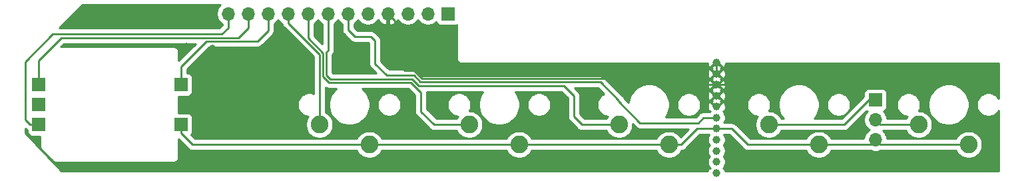
<source format=gbr>
%TF.GenerationSoftware,KiCad,Pcbnew,(5.1.6)-1*%
%TF.CreationDate,2022-01-12T10:05:38-06:00*%
%TF.ProjectId,Pikatea Macropad FK1,50696b61-7465-4612-904d-6163726f7061,rev?*%
%TF.SameCoordinates,Original*%
%TF.FileFunction,Copper,L1,Top*%
%TF.FilePolarity,Positive*%
%FSLAX46Y46*%
G04 Gerber Fmt 4.6, Leading zero omitted, Abs format (unit mm)*
G04 Created by KiCad (PCBNEW (5.1.6)-1) date 2022-01-12 10:05:38*
%MOMM*%
%LPD*%
G01*
G04 APERTURE LIST*
%TA.AperFunction,ComponentPad*%
%ADD10C,2.250000*%
%TD*%
%TA.AperFunction,ComponentPad*%
%ADD11O,1.700000X1.700000*%
%TD*%
%TA.AperFunction,ComponentPad*%
%ADD12R,1.700000X1.700000*%
%TD*%
%TA.AperFunction,ComponentPad*%
%ADD13C,1.000000*%
%TD*%
%TA.AperFunction,ViaPad*%
%ADD14C,0.800000*%
%TD*%
%TA.AperFunction,Conductor*%
%ADD15C,0.250000*%
%TD*%
%TA.AperFunction,Conductor*%
%ADD16C,0.254000*%
%TD*%
G04 APERTURE END LIST*
D10*
%TO.P,MX5,2*%
%TO.N,/A0*%
X209590000Y-110000000D03*
%TO.P,MX5,1*%
%TO.N,/D6*%
X203240000Y-107460000D03*
%TD*%
%TO.P,MX4,2*%
%TO.N,/A0*%
X190540000Y-110000000D03*
%TO.P,MX4,1*%
%TO.N,/D8*%
X184190000Y-107460000D03*
%TD*%
%TO.P,MX3,2*%
%TO.N,/A0*%
X171490000Y-110000000D03*
%TO.P,MX3,1*%
%TO.N,/D7*%
X165140000Y-107460000D03*
%TD*%
%TO.P,MX2,2*%
%TO.N,/A0*%
X152440000Y-110000000D03*
%TO.P,MX2,1*%
%TO.N,/D9*%
X146090000Y-107460000D03*
%TD*%
%TO.P,MX1,2*%
%TO.N,/A0*%
X133390000Y-110000000D03*
%TO.P,MX1,1*%
%TO.N,/D5*%
X127040000Y-107460000D03*
%TD*%
D11*
%TO.P,J1,12*%
%TO.N,/D4*%
X115443000Y-93345000D03*
%TO.P,J1,11*%
%TO.N,/D3*%
X117983000Y-93345000D03*
%TO.P,J1,10*%
%TO.N,/D2*%
X120523000Y-93345000D03*
%TO.P,J1,9*%
%TO.N,/D5*%
X123063000Y-93345000D03*
%TO.P,J1,8*%
%TO.N,/D9*%
X125603000Y-93345000D03*
%TO.P,J1,7*%
%TO.N,/D7*%
X128143000Y-93345000D03*
%TO.P,J1,6*%
%TO.N,/D8*%
X130683000Y-93345000D03*
%TO.P,J1,5*%
%TO.N,/D6*%
X133223000Y-93345000D03*
%TO.P,J1,4*%
%TO.N,GND*%
X135763000Y-93345000D03*
%TO.P,J1,3*%
%TO.N,N/C*%
X138303000Y-93345000D03*
%TO.P,J1,2*%
X140843000Y-93345000D03*
D12*
%TO.P,J1,1*%
%TO.N,/A0*%
X143383000Y-93345000D03*
%TD*%
D13*
%TO.P,J2,1*%
%TO.N,GND*%
X177546000Y-99580000D03*
X177546000Y-113580000D03*
%TO.P,J2,6*%
%TO.N,N/C*%
X177546000Y-112180000D03*
%TO.P,J2,5*%
X177546000Y-110780000D03*
%TO.P,J2,3*%
%TO.N,/D6*%
X177546000Y-109380000D03*
%TO.P,J2,2*%
%TO.N,/A0*%
X177546000Y-107980000D03*
%TO.P,J2,1*%
%TO.N,GND*%
X177546000Y-100980000D03*
X177546000Y-102380000D03*
X177546000Y-103780000D03*
X177546000Y-105180000D03*
%TO.P,J2,4*%
%TO.N,/D8*%
X177546000Y-106580000D03*
%TD*%
D11*
%TO.P,J4,3*%
%TO.N,/A0*%
X197760000Y-109390000D03*
%TO.P,J4,2*%
%TO.N,/D6*%
X197760000Y-106850000D03*
D12*
%TO.P,J4,1*%
%TO.N,/D8*%
X197760000Y-104310000D03*
%TD*%
%TO.P,SW1,S1*%
%TO.N,/D2*%
X109450000Y-102360000D03*
%TO.P,SW1,S2*%
%TO.N,/A0*%
X109450000Y-107440000D03*
%TO.P,SW1,C*%
%TO.N,GND*%
X91350000Y-104900000D03*
%TO.P,SW1,B*%
%TO.N,/D3*%
X91350000Y-102360000D03*
%TO.P,SW1,A*%
%TO.N,/D4*%
X91350000Y-107440000D03*
%TD*%
D14*
%TO.N,GND*%
X127000000Y-96139000D03*
X121920000Y-95377000D03*
X129413000Y-96139000D03*
X113157000Y-94869000D03*
X113411000Y-97663000D03*
X109601000Y-110109000D03*
X110109000Y-97409000D03*
X161036000Y-104902000D03*
%TD*%
D15*
%TO.N,GND*%
X178253106Y-102380000D02*
X178271106Y-102362000D01*
X177546000Y-102380000D02*
X178253106Y-102380000D01*
X178271106Y-102362000D02*
X178943000Y-102362000D01*
X174371000Y-102362000D02*
X176276000Y-102362000D01*
X173597981Y-101588981D02*
X174371000Y-102362000D01*
X139069229Y-100584000D02*
X140074209Y-101588980D01*
X176276000Y-102362000D02*
X176294000Y-102380000D01*
X177546000Y-102380000D02*
X176276000Y-102362000D01*
X136612999Y-94194999D02*
X136612999Y-99274999D01*
X140074209Y-101588980D02*
X173597981Y-101588981D01*
X137922000Y-100584000D02*
X139069229Y-100584000D01*
X136612999Y-99274999D02*
X137922000Y-100584000D01*
X135763000Y-93345000D02*
X136612999Y-94194999D01*
X177546000Y-100980000D02*
X177546000Y-99580000D01*
%TO.N,/A0*%
X171490000Y-110000000D02*
X151656000Y-110000000D01*
X152440000Y-110000000D02*
X133390000Y-110000000D01*
X198370000Y-110000000D02*
X197760000Y-109390000D01*
X209590000Y-110000000D02*
X198370000Y-110000000D01*
X197150000Y-110000000D02*
X197760000Y-109390000D01*
X190540000Y-110000000D02*
X197150000Y-110000000D01*
X172194000Y-110000000D02*
X171490000Y-110000000D01*
X171490000Y-109180000D02*
X171490000Y-110000000D01*
X109450000Y-108540000D02*
X109450000Y-107440000D01*
X110910000Y-110000000D02*
X109450000Y-108540000D01*
X133390000Y-110000000D02*
X110910000Y-110000000D01*
X175100990Y-107980000D02*
X177546000Y-107980000D01*
X171490000Y-110000000D02*
X173080990Y-110000000D01*
X173080990Y-110000000D02*
X175100990Y-107980000D01*
X179481000Y-107980000D02*
X177546000Y-107980000D01*
X190540000Y-110000000D02*
X181501000Y-110000000D01*
X181501000Y-110000000D02*
X179481000Y-107980000D01*
%TO.N,/D9*%
X139954000Y-105791000D02*
X141623000Y-107460000D01*
X139954000Y-103378000D02*
X139954000Y-105791000D01*
X141623000Y-107460000D02*
X146090000Y-107460000D01*
X125603000Y-96450671D02*
X127490010Y-98337681D01*
X138684000Y-102108000D02*
X139954000Y-103378000D01*
X125603000Y-93345000D02*
X125603000Y-96450671D01*
X128270000Y-102108000D02*
X138684000Y-102108000D01*
X127490010Y-98337681D02*
X127490010Y-101328010D01*
X127490010Y-101328010D02*
X128270000Y-102108000D01*
%TO.N,/D6*%
X198370000Y-107460000D02*
X197760000Y-106850000D01*
X203240000Y-107460000D02*
X198370000Y-107460000D01*
%TO.N,/D5*%
X127040000Y-105869010D02*
X127040000Y-107460000D01*
X123063000Y-94547081D02*
X127040000Y-98524081D01*
X127040000Y-98524081D02*
X127040000Y-105869010D01*
X123063000Y-93345000D02*
X123063000Y-94547081D01*
%TO.N,/D4*%
X90250000Y-107440000D02*
X89662000Y-106852000D01*
X91350000Y-107440000D02*
X90250000Y-107440000D01*
X89662000Y-106852000D02*
X89662000Y-99441000D01*
X89662000Y-99441000D02*
X93160010Y-95942990D01*
X93160010Y-95942990D02*
X114623010Y-95942990D01*
X115443000Y-95123000D02*
X115443000Y-93345000D01*
X114623010Y-95942990D02*
X115443000Y-95123000D01*
%TO.N,/D3*%
X117983000Y-95123000D02*
X117983000Y-93345000D01*
X94234000Y-96393000D02*
X116713000Y-96393000D01*
X91350000Y-102360000D02*
X91350000Y-99277000D01*
X116713000Y-96393000D02*
X117983000Y-95123000D01*
X91350000Y-99277000D02*
X94234000Y-96393000D01*
%TO.N,/D2*%
X120523000Y-95504000D02*
X120523000Y-93345000D01*
X119183990Y-96843010D02*
X120523000Y-95504000D01*
X109450000Y-102360000D02*
X109450000Y-100100000D01*
X112706990Y-96843010D02*
X119183990Y-96843010D01*
X109450000Y-100100000D02*
X112706990Y-96843010D01*
%TO.N,/D8*%
X184190000Y-107460000D02*
X193784000Y-107460000D01*
X196934000Y-104310000D02*
X197760000Y-104310000D01*
X193784000Y-107460000D02*
X196934000Y-104310000D01*
X133604000Y-96266000D02*
X131572000Y-96266000D01*
X134112000Y-96774000D02*
X133604000Y-96266000D01*
X134112000Y-99695000D02*
X134112000Y-96774000D01*
X165100000Y-104501974D02*
X165100000Y-104373998D01*
X131572000Y-96266000D02*
X130683000Y-95377000D01*
X167836927Y-107238901D02*
X165100000Y-104501974D01*
X130683000Y-95377000D02*
X130683000Y-93345000D01*
X175205679Y-107238901D02*
X167836927Y-107238901D01*
X177546000Y-106580000D02*
X175864580Y-106580000D01*
X135624982Y-101207982D02*
X134112000Y-99695000D01*
X175864580Y-106580000D02*
X175205679Y-107238901D01*
X165100000Y-104373998D02*
X162764993Y-102038991D01*
X139056800Y-101207982D02*
X135624982Y-101207982D01*
X162764993Y-102038991D02*
X157607000Y-102038990D01*
X157607000Y-102038990D02*
X139887810Y-102038990D01*
X139887810Y-102038990D02*
X139056800Y-101207982D01*
%TO.N,/D7*%
X159385000Y-106426000D02*
X160419000Y-107460000D01*
X139701410Y-102489000D02*
X158115000Y-102489000D01*
X128143000Y-98044000D02*
X127940020Y-98246980D01*
X158115000Y-102489000D02*
X159385000Y-103759000D01*
X138870401Y-101657991D02*
X139701410Y-102489000D01*
X128143000Y-93345000D02*
X128143000Y-98044000D01*
X127940020Y-98246980D02*
X127940020Y-101141610D01*
X160419000Y-107460000D02*
X165140000Y-107460000D01*
X159385000Y-103759000D02*
X159385000Y-106426000D01*
X127940020Y-101141610D02*
X128456400Y-101657990D01*
X128456400Y-101657990D02*
X138870401Y-101657991D01*
%TD*%
D16*
%TO.N,GND*%
G36*
X135890000Y-93218000D02*
G01*
X135910000Y-93218000D01*
X135910000Y-93472000D01*
X135890000Y-93472000D01*
X135890000Y-94665155D01*
X136119890Y-94786476D01*
X136267099Y-94741825D01*
X136529920Y-94616641D01*
X136763269Y-94442588D01*
X136958178Y-94226355D01*
X137027805Y-94109466D01*
X137149525Y-94291632D01*
X137356368Y-94498475D01*
X137599589Y-94660990D01*
X137869842Y-94772932D01*
X138156740Y-94830000D01*
X138449260Y-94830000D01*
X138736158Y-94772932D01*
X139006411Y-94660990D01*
X139249632Y-94498475D01*
X139456475Y-94291632D01*
X139573000Y-94117240D01*
X139689525Y-94291632D01*
X139896368Y-94498475D01*
X140139589Y-94660990D01*
X140409842Y-94772932D01*
X140696740Y-94830000D01*
X140989260Y-94830000D01*
X141276158Y-94772932D01*
X141546411Y-94660990D01*
X141789632Y-94498475D01*
X141921487Y-94366620D01*
X141943498Y-94439180D01*
X142002463Y-94549494D01*
X142081815Y-94646185D01*
X142178506Y-94725537D01*
X142288820Y-94784502D01*
X142408518Y-94820812D01*
X142533000Y-94833072D01*
X144233000Y-94833072D01*
X144357482Y-94820812D01*
X144477180Y-94784502D01*
X144501000Y-94771770D01*
X144501001Y-98967571D01*
X144497807Y-99000000D01*
X144510550Y-99129383D01*
X144548290Y-99253793D01*
X144609575Y-99368450D01*
X144692052Y-99468948D01*
X144792550Y-99551425D01*
X144907207Y-99612710D01*
X145031617Y-99650450D01*
X145128581Y-99660000D01*
X145161000Y-99663193D01*
X145193419Y-99660000D01*
X176408551Y-99660000D01*
X176408489Y-99662406D01*
X176446423Y-99882740D01*
X176526613Y-100091440D01*
X176554412Y-100143450D01*
X176767834Y-100178561D01*
X177286395Y-99660000D01*
X177805605Y-99660000D01*
X178324166Y-100178561D01*
X178537588Y-100143450D01*
X178628458Y-99939174D01*
X178677731Y-99721095D01*
X178679311Y-99660000D01*
X213440001Y-99660000D01*
X213440001Y-104162627D01*
X213302893Y-103957431D01*
X213092569Y-103747107D01*
X212845253Y-103581856D01*
X212570451Y-103468029D01*
X212278722Y-103410000D01*
X211981278Y-103410000D01*
X211689549Y-103468029D01*
X211414747Y-103581856D01*
X211167431Y-103747107D01*
X210957107Y-103957431D01*
X210791856Y-104204747D01*
X210678029Y-104479549D01*
X210620000Y-104771278D01*
X210620000Y-105068722D01*
X210678029Y-105360451D01*
X210791856Y-105635253D01*
X210957107Y-105882569D01*
X211167431Y-106092893D01*
X211414747Y-106258144D01*
X211689549Y-106371971D01*
X211981278Y-106430000D01*
X212278722Y-106430000D01*
X212570451Y-106371971D01*
X212845253Y-106258144D01*
X213092569Y-106092893D01*
X213302893Y-105882569D01*
X213440001Y-105677373D01*
X213440000Y-113340000D01*
X178656379Y-113340000D01*
X178645577Y-113277260D01*
X178565387Y-113068560D01*
X178537588Y-113016550D01*
X178346087Y-112985045D01*
X178427612Y-112903520D01*
X178551824Y-112717624D01*
X178637383Y-112511067D01*
X178681000Y-112291788D01*
X178681000Y-112068212D01*
X178637383Y-111848933D01*
X178551824Y-111642376D01*
X178443328Y-111480000D01*
X178551824Y-111317624D01*
X178637383Y-111111067D01*
X178681000Y-110891788D01*
X178681000Y-110668212D01*
X178637383Y-110448933D01*
X178551824Y-110242376D01*
X178443328Y-110080000D01*
X178551824Y-109917624D01*
X178637383Y-109711067D01*
X178681000Y-109491788D01*
X178681000Y-109268212D01*
X178637383Y-109048933D01*
X178551824Y-108842376D01*
X178483418Y-108740000D01*
X179166199Y-108740000D01*
X180937205Y-110511008D01*
X180960999Y-110540001D01*
X180989992Y-110563795D01*
X180989996Y-110563799D01*
X181039530Y-110604450D01*
X181076724Y-110634974D01*
X181208753Y-110705546D01*
X181352014Y-110749003D01*
X181463667Y-110760000D01*
X181463676Y-110760000D01*
X181500999Y-110763676D01*
X181538322Y-110760000D01*
X188949792Y-110760000D01*
X188980308Y-110833673D01*
X189172919Y-111121935D01*
X189418065Y-111367081D01*
X189706327Y-111559692D01*
X190026627Y-111692364D01*
X190366655Y-111760000D01*
X190713345Y-111760000D01*
X191053373Y-111692364D01*
X191373673Y-111559692D01*
X191661935Y-111367081D01*
X191907081Y-111121935D01*
X192099692Y-110833673D01*
X192130208Y-110760000D01*
X197112678Y-110760000D01*
X197150000Y-110763676D01*
X197187047Y-110760027D01*
X197326842Y-110817932D01*
X197613740Y-110875000D01*
X197906260Y-110875000D01*
X198193158Y-110817932D01*
X198332953Y-110760027D01*
X198369999Y-110763676D01*
X198407322Y-110760000D01*
X207999792Y-110760000D01*
X208030308Y-110833673D01*
X208222919Y-111121935D01*
X208468065Y-111367081D01*
X208756327Y-111559692D01*
X209076627Y-111692364D01*
X209416655Y-111760000D01*
X209763345Y-111760000D01*
X210103373Y-111692364D01*
X210423673Y-111559692D01*
X210711935Y-111367081D01*
X210957081Y-111121935D01*
X211149692Y-110833673D01*
X211282364Y-110513373D01*
X211350000Y-110173345D01*
X211350000Y-109826655D01*
X211282364Y-109486627D01*
X211149692Y-109166327D01*
X210957081Y-108878065D01*
X210711935Y-108632919D01*
X210423673Y-108440308D01*
X210103373Y-108307636D01*
X209763345Y-108240000D01*
X209416655Y-108240000D01*
X209076627Y-108307636D01*
X208756327Y-108440308D01*
X208468065Y-108632919D01*
X208222919Y-108878065D01*
X208030308Y-109166327D01*
X207999792Y-109240000D01*
X199244256Y-109240000D01*
X199187932Y-108956842D01*
X199075990Y-108686589D01*
X198913475Y-108443368D01*
X198706632Y-108236525D01*
X198681901Y-108220000D01*
X201649792Y-108220000D01*
X201680308Y-108293673D01*
X201872919Y-108581935D01*
X202118065Y-108827081D01*
X202406327Y-109019692D01*
X202726627Y-109152364D01*
X203066655Y-109220000D01*
X203413345Y-109220000D01*
X203753373Y-109152364D01*
X204073673Y-109019692D01*
X204361935Y-108827081D01*
X204607081Y-108581935D01*
X204799692Y-108293673D01*
X204932364Y-107973373D01*
X205000000Y-107633345D01*
X205000000Y-107286655D01*
X204932364Y-106946627D01*
X204799692Y-106626327D01*
X204607081Y-106338065D01*
X204361935Y-106092919D01*
X204073673Y-105900308D01*
X203753373Y-105767636D01*
X203413345Y-105700000D01*
X203264882Y-105700000D01*
X203308144Y-105635253D01*
X203421971Y-105360451D01*
X203480000Y-105068722D01*
X203480000Y-104771278D01*
X203458080Y-104661076D01*
X204421100Y-104661076D01*
X204421100Y-105178924D01*
X204522127Y-105686822D01*
X204720299Y-106165251D01*
X205008000Y-106595826D01*
X205374174Y-106962000D01*
X205804749Y-107249701D01*
X206283178Y-107447873D01*
X206791076Y-107548900D01*
X207308924Y-107548900D01*
X207816822Y-107447873D01*
X208295251Y-107249701D01*
X208725826Y-106962000D01*
X209092000Y-106595826D01*
X209379701Y-106165251D01*
X209577873Y-105686822D01*
X209678900Y-105178924D01*
X209678900Y-104661076D01*
X209577873Y-104153178D01*
X209379701Y-103674749D01*
X209092000Y-103244174D01*
X208725826Y-102878000D01*
X208295251Y-102590299D01*
X207816822Y-102392127D01*
X207308924Y-102291100D01*
X206791076Y-102291100D01*
X206283178Y-102392127D01*
X205804749Y-102590299D01*
X205374174Y-102878000D01*
X205008000Y-103244174D01*
X204720299Y-103674749D01*
X204522127Y-104153178D01*
X204421100Y-104661076D01*
X203458080Y-104661076D01*
X203421971Y-104479549D01*
X203308144Y-104204747D01*
X203142893Y-103957431D01*
X202932569Y-103747107D01*
X202685253Y-103581856D01*
X202410451Y-103468029D01*
X202118722Y-103410000D01*
X201821278Y-103410000D01*
X201529549Y-103468029D01*
X201254747Y-103581856D01*
X201007431Y-103747107D01*
X200797107Y-103957431D01*
X200631856Y-104204747D01*
X200518029Y-104479549D01*
X200460000Y-104771278D01*
X200460000Y-105068722D01*
X200518029Y-105360451D01*
X200631856Y-105635253D01*
X200797107Y-105882569D01*
X201007431Y-106092893D01*
X201254747Y-106258144D01*
X201529549Y-106371971D01*
X201812638Y-106428281D01*
X201680308Y-106626327D01*
X201649792Y-106700000D01*
X199244256Y-106700000D01*
X199187932Y-106416842D01*
X199075990Y-106146589D01*
X198913475Y-105903368D01*
X198781620Y-105771513D01*
X198854180Y-105749502D01*
X198964494Y-105690537D01*
X199061185Y-105611185D01*
X199140537Y-105514494D01*
X199199502Y-105404180D01*
X199235812Y-105284482D01*
X199248072Y-105160000D01*
X199248072Y-103460000D01*
X199235812Y-103335518D01*
X199199502Y-103215820D01*
X199140537Y-103105506D01*
X199061185Y-103008815D01*
X198964494Y-102929463D01*
X198854180Y-102870498D01*
X198734482Y-102834188D01*
X198610000Y-102821928D01*
X196910000Y-102821928D01*
X196785518Y-102834188D01*
X196665820Y-102870498D01*
X196555506Y-102929463D01*
X196458815Y-103008815D01*
X196379463Y-103105506D01*
X196320498Y-103215820D01*
X196284188Y-103335518D01*
X196271928Y-103460000D01*
X196271928Y-103897270D01*
X193469199Y-106700000D01*
X189937826Y-106700000D01*
X190042000Y-106595826D01*
X190329701Y-106165251D01*
X190527873Y-105686822D01*
X190628900Y-105178924D01*
X190628900Y-104771278D01*
X191570000Y-104771278D01*
X191570000Y-105068722D01*
X191628029Y-105360451D01*
X191741856Y-105635253D01*
X191907107Y-105882569D01*
X192117431Y-106092893D01*
X192364747Y-106258144D01*
X192639549Y-106371971D01*
X192931278Y-106430000D01*
X193228722Y-106430000D01*
X193520451Y-106371971D01*
X193795253Y-106258144D01*
X194042569Y-106092893D01*
X194252893Y-105882569D01*
X194418144Y-105635253D01*
X194531971Y-105360451D01*
X194590000Y-105068722D01*
X194590000Y-104771278D01*
X194531971Y-104479549D01*
X194418144Y-104204747D01*
X194252893Y-103957431D01*
X194042569Y-103747107D01*
X193795253Y-103581856D01*
X193520451Y-103468029D01*
X193228722Y-103410000D01*
X192931278Y-103410000D01*
X192639549Y-103468029D01*
X192364747Y-103581856D01*
X192117431Y-103747107D01*
X191907107Y-103957431D01*
X191741856Y-104204747D01*
X191628029Y-104479549D01*
X191570000Y-104771278D01*
X190628900Y-104771278D01*
X190628900Y-104661076D01*
X190527873Y-104153178D01*
X190329701Y-103674749D01*
X190042000Y-103244174D01*
X189675826Y-102878000D01*
X189245251Y-102590299D01*
X188766822Y-102392127D01*
X188258924Y-102291100D01*
X187741076Y-102291100D01*
X187233178Y-102392127D01*
X186754749Y-102590299D01*
X186324174Y-102878000D01*
X185958000Y-103244174D01*
X185670299Y-103674749D01*
X185472127Y-104153178D01*
X185371100Y-104661076D01*
X185371100Y-105178924D01*
X185472127Y-105686822D01*
X185670299Y-106165251D01*
X185958000Y-106595826D01*
X186062174Y-106700000D01*
X185780208Y-106700000D01*
X185749692Y-106626327D01*
X185557081Y-106338065D01*
X185311935Y-106092919D01*
X185023673Y-105900308D01*
X184703373Y-105767636D01*
X184363345Y-105700000D01*
X184214882Y-105700000D01*
X184258144Y-105635253D01*
X184371971Y-105360451D01*
X184430000Y-105068722D01*
X184430000Y-104771278D01*
X184371971Y-104479549D01*
X184258144Y-104204747D01*
X184092893Y-103957431D01*
X183882569Y-103747107D01*
X183635253Y-103581856D01*
X183360451Y-103468029D01*
X183068722Y-103410000D01*
X182771278Y-103410000D01*
X182479549Y-103468029D01*
X182204747Y-103581856D01*
X181957431Y-103747107D01*
X181747107Y-103957431D01*
X181581856Y-104204747D01*
X181468029Y-104479549D01*
X181410000Y-104771278D01*
X181410000Y-105068722D01*
X181468029Y-105360451D01*
X181581856Y-105635253D01*
X181747107Y-105882569D01*
X181957431Y-106092893D01*
X182204747Y-106258144D01*
X182479549Y-106371971D01*
X182762638Y-106428281D01*
X182630308Y-106626327D01*
X182497636Y-106946627D01*
X182430000Y-107286655D01*
X182430000Y-107633345D01*
X182497636Y-107973373D01*
X182630308Y-108293673D01*
X182822919Y-108581935D01*
X183068065Y-108827081D01*
X183356327Y-109019692D01*
X183676627Y-109152364D01*
X184016655Y-109220000D01*
X184363345Y-109220000D01*
X184703373Y-109152364D01*
X185023673Y-109019692D01*
X185311935Y-108827081D01*
X185557081Y-108581935D01*
X185749692Y-108293673D01*
X185780208Y-108220000D01*
X193746678Y-108220000D01*
X193784000Y-108223676D01*
X193821322Y-108220000D01*
X193821333Y-108220000D01*
X193932986Y-108209003D01*
X194076247Y-108165546D01*
X194208276Y-108094974D01*
X194324001Y-108000001D01*
X194347804Y-107970997D01*
X196602921Y-105715881D01*
X196665820Y-105749502D01*
X196738380Y-105771513D01*
X196606525Y-105903368D01*
X196444010Y-106146589D01*
X196332068Y-106416842D01*
X196275000Y-106703740D01*
X196275000Y-106996260D01*
X196332068Y-107283158D01*
X196444010Y-107553411D01*
X196606525Y-107796632D01*
X196813368Y-108003475D01*
X196987760Y-108120000D01*
X196813368Y-108236525D01*
X196606525Y-108443368D01*
X196444010Y-108686589D01*
X196332068Y-108956842D01*
X196275744Y-109240000D01*
X192130208Y-109240000D01*
X192099692Y-109166327D01*
X191907081Y-108878065D01*
X191661935Y-108632919D01*
X191373673Y-108440308D01*
X191053373Y-108307636D01*
X190713345Y-108240000D01*
X190366655Y-108240000D01*
X190026627Y-108307636D01*
X189706327Y-108440308D01*
X189418065Y-108632919D01*
X189172919Y-108878065D01*
X188980308Y-109166327D01*
X188949792Y-109240000D01*
X181815803Y-109240000D01*
X180044804Y-107469002D01*
X180021001Y-107439999D01*
X179905276Y-107345026D01*
X179773247Y-107274454D01*
X179629986Y-107230997D01*
X179518333Y-107220000D01*
X179518322Y-107220000D01*
X179481000Y-107216324D01*
X179443678Y-107220000D01*
X178483418Y-107220000D01*
X178551824Y-107117624D01*
X178637383Y-106911067D01*
X178681000Y-106691788D01*
X178681000Y-106468212D01*
X178637383Y-106248933D01*
X178551824Y-106042376D01*
X178427612Y-105856480D01*
X178346087Y-105774955D01*
X178537588Y-105743450D01*
X178628458Y-105539174D01*
X178677731Y-105321095D01*
X178683511Y-105097594D01*
X178645577Y-104877260D01*
X178565387Y-104668560D01*
X178537588Y-104616550D01*
X178324166Y-104581439D01*
X177725605Y-105180000D01*
X177739748Y-105194143D01*
X177560143Y-105373748D01*
X177546000Y-105359605D01*
X177531858Y-105373748D01*
X177352253Y-105194143D01*
X177366395Y-105180000D01*
X176767834Y-104581439D01*
X176554412Y-104616550D01*
X176463542Y-104820826D01*
X176414269Y-105038905D01*
X176408489Y-105262406D01*
X176446423Y-105482740D01*
X176526613Y-105691440D01*
X176554412Y-105743450D01*
X176745913Y-105774955D01*
X176700868Y-105820000D01*
X175901905Y-105820000D01*
X175864580Y-105816324D01*
X175827255Y-105820000D01*
X175827247Y-105820000D01*
X175715594Y-105830997D01*
X175572333Y-105874454D01*
X175440304Y-105945026D01*
X175324579Y-106039999D01*
X175300780Y-106068998D01*
X174890878Y-106478901D01*
X171070127Y-106478901D01*
X171279701Y-106165251D01*
X171477873Y-105686822D01*
X171578900Y-105178924D01*
X171578900Y-104771278D01*
X172520000Y-104771278D01*
X172520000Y-105068722D01*
X172578029Y-105360451D01*
X172691856Y-105635253D01*
X172857107Y-105882569D01*
X173067431Y-106092893D01*
X173314747Y-106258144D01*
X173589549Y-106371971D01*
X173881278Y-106430000D01*
X174178722Y-106430000D01*
X174470451Y-106371971D01*
X174745253Y-106258144D01*
X174992569Y-106092893D01*
X175202893Y-105882569D01*
X175368144Y-105635253D01*
X175481971Y-105360451D01*
X175540000Y-105068722D01*
X175540000Y-104771278D01*
X175481971Y-104479549D01*
X175449781Y-104401834D01*
X176947439Y-104401834D01*
X177025605Y-104480000D01*
X176947439Y-104558166D01*
X176982550Y-104771588D01*
X177186826Y-104862458D01*
X177404905Y-104911731D01*
X177458728Y-104913123D01*
X177546000Y-105000395D01*
X177628983Y-104917412D01*
X177848740Y-104879577D01*
X178057440Y-104799387D01*
X178109450Y-104771588D01*
X178144561Y-104558166D01*
X178066395Y-104480000D01*
X178144561Y-104401834D01*
X178109450Y-104188412D01*
X177905174Y-104097542D01*
X177687095Y-104048269D01*
X177633272Y-104046877D01*
X177546000Y-103959605D01*
X177463017Y-104042588D01*
X177243260Y-104080423D01*
X177034560Y-104160613D01*
X176982550Y-104188412D01*
X176947439Y-104401834D01*
X175449781Y-104401834D01*
X175368144Y-104204747D01*
X175202893Y-103957431D01*
X175107868Y-103862406D01*
X176408489Y-103862406D01*
X176446423Y-104082740D01*
X176526613Y-104291440D01*
X176554412Y-104343450D01*
X176767834Y-104378561D01*
X177366395Y-103780000D01*
X177725605Y-103780000D01*
X178324166Y-104378561D01*
X178537588Y-104343450D01*
X178628458Y-104139174D01*
X178677731Y-103921095D01*
X178683511Y-103697594D01*
X178645577Y-103477260D01*
X178565387Y-103268560D01*
X178537588Y-103216550D01*
X178324166Y-103181439D01*
X177725605Y-103780000D01*
X177366395Y-103780000D01*
X176767834Y-103181439D01*
X176554412Y-103216550D01*
X176463542Y-103420826D01*
X176414269Y-103638905D01*
X176408489Y-103862406D01*
X175107868Y-103862406D01*
X174992569Y-103747107D01*
X174745253Y-103581856D01*
X174470451Y-103468029D01*
X174178722Y-103410000D01*
X173881278Y-103410000D01*
X173589549Y-103468029D01*
X173314747Y-103581856D01*
X173067431Y-103747107D01*
X172857107Y-103957431D01*
X172691856Y-104204747D01*
X172578029Y-104479549D01*
X172520000Y-104771278D01*
X171578900Y-104771278D01*
X171578900Y-104661076D01*
X171477873Y-104153178D01*
X171279701Y-103674749D01*
X170992000Y-103244174D01*
X170749660Y-103001834D01*
X176947439Y-103001834D01*
X177025605Y-103080000D01*
X176947439Y-103158166D01*
X176982550Y-103371588D01*
X177186826Y-103462458D01*
X177404905Y-103511731D01*
X177458728Y-103513123D01*
X177546000Y-103600395D01*
X177628983Y-103517412D01*
X177848740Y-103479577D01*
X178057440Y-103399387D01*
X178109450Y-103371588D01*
X178144561Y-103158166D01*
X178066395Y-103080000D01*
X178144561Y-103001834D01*
X178109450Y-102788412D01*
X177905174Y-102697542D01*
X177687095Y-102648269D01*
X177633272Y-102646877D01*
X177546000Y-102559605D01*
X177463017Y-102642588D01*
X177243260Y-102680423D01*
X177034560Y-102760613D01*
X176982550Y-102788412D01*
X176947439Y-103001834D01*
X170749660Y-103001834D01*
X170625826Y-102878000D01*
X170195251Y-102590299D01*
X169886491Y-102462406D01*
X176408489Y-102462406D01*
X176446423Y-102682740D01*
X176526613Y-102891440D01*
X176554412Y-102943450D01*
X176767834Y-102978561D01*
X177366395Y-102380000D01*
X177725605Y-102380000D01*
X178324166Y-102978561D01*
X178537588Y-102943450D01*
X178628458Y-102739174D01*
X178677731Y-102521095D01*
X178683511Y-102297594D01*
X178645577Y-102077260D01*
X178565387Y-101868560D01*
X178537588Y-101816550D01*
X178324166Y-101781439D01*
X177725605Y-102380000D01*
X177366395Y-102380000D01*
X176767834Y-101781439D01*
X176554412Y-101816550D01*
X176463542Y-102020826D01*
X176414269Y-102238905D01*
X176408489Y-102462406D01*
X169886491Y-102462406D01*
X169716822Y-102392127D01*
X169208924Y-102291100D01*
X168691076Y-102291100D01*
X168183178Y-102392127D01*
X167704749Y-102590299D01*
X167274174Y-102878000D01*
X166908000Y-103244174D01*
X166620299Y-103674749D01*
X166422127Y-104153178D01*
X166323224Y-104650397D01*
X165827739Y-104154912D01*
X165805546Y-104081751D01*
X165734974Y-103949722D01*
X165663799Y-103862995D01*
X165640001Y-103833997D01*
X165611003Y-103810199D01*
X163402638Y-101601834D01*
X176947439Y-101601834D01*
X177025605Y-101680000D01*
X176947439Y-101758166D01*
X176982550Y-101971588D01*
X177186826Y-102062458D01*
X177404905Y-102111731D01*
X177458728Y-102113123D01*
X177546000Y-102200395D01*
X177628983Y-102117412D01*
X177848740Y-102079577D01*
X178057440Y-101999387D01*
X178109450Y-101971588D01*
X178144561Y-101758166D01*
X178066395Y-101680000D01*
X178144561Y-101601834D01*
X178109450Y-101388412D01*
X177905174Y-101297542D01*
X177687095Y-101248269D01*
X177633272Y-101246877D01*
X177546000Y-101159605D01*
X177463017Y-101242588D01*
X177243260Y-101280423D01*
X177034560Y-101360613D01*
X176982550Y-101388412D01*
X176947439Y-101601834D01*
X163402638Y-101601834D01*
X163328792Y-101527989D01*
X163304994Y-101498991D01*
X163273356Y-101473026D01*
X163189269Y-101404017D01*
X163057239Y-101333445D01*
X162938878Y-101297542D01*
X162913979Y-101289989D01*
X162802326Y-101278992D01*
X162764993Y-101275315D01*
X162727661Y-101278992D01*
X157644333Y-101278990D01*
X140202611Y-101278990D01*
X139986027Y-101062406D01*
X176408489Y-101062406D01*
X176446423Y-101282740D01*
X176526613Y-101491440D01*
X176554412Y-101543450D01*
X176767834Y-101578561D01*
X177366395Y-100980000D01*
X177725605Y-100980000D01*
X178324166Y-101578561D01*
X178537588Y-101543450D01*
X178628458Y-101339174D01*
X178677731Y-101121095D01*
X178683511Y-100897594D01*
X178645577Y-100677260D01*
X178565387Y-100468560D01*
X178537588Y-100416550D01*
X178324166Y-100381439D01*
X177725605Y-100980000D01*
X177366395Y-100980000D01*
X176767834Y-100381439D01*
X176554412Y-100416550D01*
X176463542Y-100620826D01*
X176414269Y-100838905D01*
X176408489Y-101062406D01*
X139986027Y-101062406D01*
X139620599Y-100696979D01*
X139596801Y-100667981D01*
X139481076Y-100573008D01*
X139349047Y-100502436D01*
X139205786Y-100458979D01*
X139094133Y-100447982D01*
X139094125Y-100447982D01*
X139056800Y-100444306D01*
X139019477Y-100447982D01*
X135939784Y-100447982D01*
X135693636Y-100201834D01*
X176947439Y-100201834D01*
X177025605Y-100280000D01*
X176947439Y-100358166D01*
X176982550Y-100571588D01*
X177186826Y-100662458D01*
X177404905Y-100711731D01*
X177458728Y-100713123D01*
X177546000Y-100800395D01*
X177628983Y-100717412D01*
X177848740Y-100679577D01*
X178057440Y-100599387D01*
X178109450Y-100571588D01*
X178144561Y-100358166D01*
X178066395Y-100280000D01*
X178144561Y-100201834D01*
X178109450Y-99988412D01*
X177905174Y-99897542D01*
X177687095Y-99848269D01*
X177633272Y-99846877D01*
X177546000Y-99759605D01*
X177463017Y-99842588D01*
X177243260Y-99880423D01*
X177034560Y-99960613D01*
X176982550Y-99988412D01*
X176947439Y-100201834D01*
X135693636Y-100201834D01*
X134872000Y-99380199D01*
X134872000Y-96811322D01*
X134875676Y-96773999D01*
X134872000Y-96736676D01*
X134872000Y-96736667D01*
X134861003Y-96625014D01*
X134817546Y-96481753D01*
X134746974Y-96349724D01*
X134652001Y-96233999D01*
X134623002Y-96210200D01*
X134167803Y-95755002D01*
X134144001Y-95725999D01*
X134028276Y-95631026D01*
X133896247Y-95560454D01*
X133752986Y-95516997D01*
X133641333Y-95506000D01*
X133641322Y-95506000D01*
X133604000Y-95502324D01*
X133566678Y-95506000D01*
X131886802Y-95506000D01*
X131443000Y-95062199D01*
X131443000Y-94623178D01*
X131629632Y-94498475D01*
X131836475Y-94291632D01*
X131953000Y-94117240D01*
X132069525Y-94291632D01*
X132276368Y-94498475D01*
X132519589Y-94660990D01*
X132789842Y-94772932D01*
X133076740Y-94830000D01*
X133369260Y-94830000D01*
X133656158Y-94772932D01*
X133926411Y-94660990D01*
X134169632Y-94498475D01*
X134376475Y-94291632D01*
X134498195Y-94109466D01*
X134567822Y-94226355D01*
X134762731Y-94442588D01*
X134996080Y-94616641D01*
X135258901Y-94741825D01*
X135406110Y-94786476D01*
X135636000Y-94665155D01*
X135636000Y-93472000D01*
X135616000Y-93472000D01*
X135616000Y-93218000D01*
X135636000Y-93218000D01*
X135636000Y-93198000D01*
X135890000Y-93198000D01*
X135890000Y-93218000D01*
G37*
X135890000Y-93218000D02*
X135910000Y-93218000D01*
X135910000Y-93472000D01*
X135890000Y-93472000D01*
X135890000Y-94665155D01*
X136119890Y-94786476D01*
X136267099Y-94741825D01*
X136529920Y-94616641D01*
X136763269Y-94442588D01*
X136958178Y-94226355D01*
X137027805Y-94109466D01*
X137149525Y-94291632D01*
X137356368Y-94498475D01*
X137599589Y-94660990D01*
X137869842Y-94772932D01*
X138156740Y-94830000D01*
X138449260Y-94830000D01*
X138736158Y-94772932D01*
X139006411Y-94660990D01*
X139249632Y-94498475D01*
X139456475Y-94291632D01*
X139573000Y-94117240D01*
X139689525Y-94291632D01*
X139896368Y-94498475D01*
X140139589Y-94660990D01*
X140409842Y-94772932D01*
X140696740Y-94830000D01*
X140989260Y-94830000D01*
X141276158Y-94772932D01*
X141546411Y-94660990D01*
X141789632Y-94498475D01*
X141921487Y-94366620D01*
X141943498Y-94439180D01*
X142002463Y-94549494D01*
X142081815Y-94646185D01*
X142178506Y-94725537D01*
X142288820Y-94784502D01*
X142408518Y-94820812D01*
X142533000Y-94833072D01*
X144233000Y-94833072D01*
X144357482Y-94820812D01*
X144477180Y-94784502D01*
X144501000Y-94771770D01*
X144501001Y-98967571D01*
X144497807Y-99000000D01*
X144510550Y-99129383D01*
X144548290Y-99253793D01*
X144609575Y-99368450D01*
X144692052Y-99468948D01*
X144792550Y-99551425D01*
X144907207Y-99612710D01*
X145031617Y-99650450D01*
X145128581Y-99660000D01*
X145161000Y-99663193D01*
X145193419Y-99660000D01*
X176408551Y-99660000D01*
X176408489Y-99662406D01*
X176446423Y-99882740D01*
X176526613Y-100091440D01*
X176554412Y-100143450D01*
X176767834Y-100178561D01*
X177286395Y-99660000D01*
X177805605Y-99660000D01*
X178324166Y-100178561D01*
X178537588Y-100143450D01*
X178628458Y-99939174D01*
X178677731Y-99721095D01*
X178679311Y-99660000D01*
X213440001Y-99660000D01*
X213440001Y-104162627D01*
X213302893Y-103957431D01*
X213092569Y-103747107D01*
X212845253Y-103581856D01*
X212570451Y-103468029D01*
X212278722Y-103410000D01*
X211981278Y-103410000D01*
X211689549Y-103468029D01*
X211414747Y-103581856D01*
X211167431Y-103747107D01*
X210957107Y-103957431D01*
X210791856Y-104204747D01*
X210678029Y-104479549D01*
X210620000Y-104771278D01*
X210620000Y-105068722D01*
X210678029Y-105360451D01*
X210791856Y-105635253D01*
X210957107Y-105882569D01*
X211167431Y-106092893D01*
X211414747Y-106258144D01*
X211689549Y-106371971D01*
X211981278Y-106430000D01*
X212278722Y-106430000D01*
X212570451Y-106371971D01*
X212845253Y-106258144D01*
X213092569Y-106092893D01*
X213302893Y-105882569D01*
X213440001Y-105677373D01*
X213440000Y-113340000D01*
X178656379Y-113340000D01*
X178645577Y-113277260D01*
X178565387Y-113068560D01*
X178537588Y-113016550D01*
X178346087Y-112985045D01*
X178427612Y-112903520D01*
X178551824Y-112717624D01*
X178637383Y-112511067D01*
X178681000Y-112291788D01*
X178681000Y-112068212D01*
X178637383Y-111848933D01*
X178551824Y-111642376D01*
X178443328Y-111480000D01*
X178551824Y-111317624D01*
X178637383Y-111111067D01*
X178681000Y-110891788D01*
X178681000Y-110668212D01*
X178637383Y-110448933D01*
X178551824Y-110242376D01*
X178443328Y-110080000D01*
X178551824Y-109917624D01*
X178637383Y-109711067D01*
X178681000Y-109491788D01*
X178681000Y-109268212D01*
X178637383Y-109048933D01*
X178551824Y-108842376D01*
X178483418Y-108740000D01*
X179166199Y-108740000D01*
X180937205Y-110511008D01*
X180960999Y-110540001D01*
X180989992Y-110563795D01*
X180989996Y-110563799D01*
X181039530Y-110604450D01*
X181076724Y-110634974D01*
X181208753Y-110705546D01*
X181352014Y-110749003D01*
X181463667Y-110760000D01*
X181463676Y-110760000D01*
X181500999Y-110763676D01*
X181538322Y-110760000D01*
X188949792Y-110760000D01*
X188980308Y-110833673D01*
X189172919Y-111121935D01*
X189418065Y-111367081D01*
X189706327Y-111559692D01*
X190026627Y-111692364D01*
X190366655Y-111760000D01*
X190713345Y-111760000D01*
X191053373Y-111692364D01*
X191373673Y-111559692D01*
X191661935Y-111367081D01*
X191907081Y-111121935D01*
X192099692Y-110833673D01*
X192130208Y-110760000D01*
X197112678Y-110760000D01*
X197150000Y-110763676D01*
X197187047Y-110760027D01*
X197326842Y-110817932D01*
X197613740Y-110875000D01*
X197906260Y-110875000D01*
X198193158Y-110817932D01*
X198332953Y-110760027D01*
X198369999Y-110763676D01*
X198407322Y-110760000D01*
X207999792Y-110760000D01*
X208030308Y-110833673D01*
X208222919Y-111121935D01*
X208468065Y-111367081D01*
X208756327Y-111559692D01*
X209076627Y-111692364D01*
X209416655Y-111760000D01*
X209763345Y-111760000D01*
X210103373Y-111692364D01*
X210423673Y-111559692D01*
X210711935Y-111367081D01*
X210957081Y-111121935D01*
X211149692Y-110833673D01*
X211282364Y-110513373D01*
X211350000Y-110173345D01*
X211350000Y-109826655D01*
X211282364Y-109486627D01*
X211149692Y-109166327D01*
X210957081Y-108878065D01*
X210711935Y-108632919D01*
X210423673Y-108440308D01*
X210103373Y-108307636D01*
X209763345Y-108240000D01*
X209416655Y-108240000D01*
X209076627Y-108307636D01*
X208756327Y-108440308D01*
X208468065Y-108632919D01*
X208222919Y-108878065D01*
X208030308Y-109166327D01*
X207999792Y-109240000D01*
X199244256Y-109240000D01*
X199187932Y-108956842D01*
X199075990Y-108686589D01*
X198913475Y-108443368D01*
X198706632Y-108236525D01*
X198681901Y-108220000D01*
X201649792Y-108220000D01*
X201680308Y-108293673D01*
X201872919Y-108581935D01*
X202118065Y-108827081D01*
X202406327Y-109019692D01*
X202726627Y-109152364D01*
X203066655Y-109220000D01*
X203413345Y-109220000D01*
X203753373Y-109152364D01*
X204073673Y-109019692D01*
X204361935Y-108827081D01*
X204607081Y-108581935D01*
X204799692Y-108293673D01*
X204932364Y-107973373D01*
X205000000Y-107633345D01*
X205000000Y-107286655D01*
X204932364Y-106946627D01*
X204799692Y-106626327D01*
X204607081Y-106338065D01*
X204361935Y-106092919D01*
X204073673Y-105900308D01*
X203753373Y-105767636D01*
X203413345Y-105700000D01*
X203264882Y-105700000D01*
X203308144Y-105635253D01*
X203421971Y-105360451D01*
X203480000Y-105068722D01*
X203480000Y-104771278D01*
X203458080Y-104661076D01*
X204421100Y-104661076D01*
X204421100Y-105178924D01*
X204522127Y-105686822D01*
X204720299Y-106165251D01*
X205008000Y-106595826D01*
X205374174Y-106962000D01*
X205804749Y-107249701D01*
X206283178Y-107447873D01*
X206791076Y-107548900D01*
X207308924Y-107548900D01*
X207816822Y-107447873D01*
X208295251Y-107249701D01*
X208725826Y-106962000D01*
X209092000Y-106595826D01*
X209379701Y-106165251D01*
X209577873Y-105686822D01*
X209678900Y-105178924D01*
X209678900Y-104661076D01*
X209577873Y-104153178D01*
X209379701Y-103674749D01*
X209092000Y-103244174D01*
X208725826Y-102878000D01*
X208295251Y-102590299D01*
X207816822Y-102392127D01*
X207308924Y-102291100D01*
X206791076Y-102291100D01*
X206283178Y-102392127D01*
X205804749Y-102590299D01*
X205374174Y-102878000D01*
X205008000Y-103244174D01*
X204720299Y-103674749D01*
X204522127Y-104153178D01*
X204421100Y-104661076D01*
X203458080Y-104661076D01*
X203421971Y-104479549D01*
X203308144Y-104204747D01*
X203142893Y-103957431D01*
X202932569Y-103747107D01*
X202685253Y-103581856D01*
X202410451Y-103468029D01*
X202118722Y-103410000D01*
X201821278Y-103410000D01*
X201529549Y-103468029D01*
X201254747Y-103581856D01*
X201007431Y-103747107D01*
X200797107Y-103957431D01*
X200631856Y-104204747D01*
X200518029Y-104479549D01*
X200460000Y-104771278D01*
X200460000Y-105068722D01*
X200518029Y-105360451D01*
X200631856Y-105635253D01*
X200797107Y-105882569D01*
X201007431Y-106092893D01*
X201254747Y-106258144D01*
X201529549Y-106371971D01*
X201812638Y-106428281D01*
X201680308Y-106626327D01*
X201649792Y-106700000D01*
X199244256Y-106700000D01*
X199187932Y-106416842D01*
X199075990Y-106146589D01*
X198913475Y-105903368D01*
X198781620Y-105771513D01*
X198854180Y-105749502D01*
X198964494Y-105690537D01*
X199061185Y-105611185D01*
X199140537Y-105514494D01*
X199199502Y-105404180D01*
X199235812Y-105284482D01*
X199248072Y-105160000D01*
X199248072Y-103460000D01*
X199235812Y-103335518D01*
X199199502Y-103215820D01*
X199140537Y-103105506D01*
X199061185Y-103008815D01*
X198964494Y-102929463D01*
X198854180Y-102870498D01*
X198734482Y-102834188D01*
X198610000Y-102821928D01*
X196910000Y-102821928D01*
X196785518Y-102834188D01*
X196665820Y-102870498D01*
X196555506Y-102929463D01*
X196458815Y-103008815D01*
X196379463Y-103105506D01*
X196320498Y-103215820D01*
X196284188Y-103335518D01*
X196271928Y-103460000D01*
X196271928Y-103897270D01*
X193469199Y-106700000D01*
X189937826Y-106700000D01*
X190042000Y-106595826D01*
X190329701Y-106165251D01*
X190527873Y-105686822D01*
X190628900Y-105178924D01*
X190628900Y-104771278D01*
X191570000Y-104771278D01*
X191570000Y-105068722D01*
X191628029Y-105360451D01*
X191741856Y-105635253D01*
X191907107Y-105882569D01*
X192117431Y-106092893D01*
X192364747Y-106258144D01*
X192639549Y-106371971D01*
X192931278Y-106430000D01*
X193228722Y-106430000D01*
X193520451Y-106371971D01*
X193795253Y-106258144D01*
X194042569Y-106092893D01*
X194252893Y-105882569D01*
X194418144Y-105635253D01*
X194531971Y-105360451D01*
X194590000Y-105068722D01*
X194590000Y-104771278D01*
X194531971Y-104479549D01*
X194418144Y-104204747D01*
X194252893Y-103957431D01*
X194042569Y-103747107D01*
X193795253Y-103581856D01*
X193520451Y-103468029D01*
X193228722Y-103410000D01*
X192931278Y-103410000D01*
X192639549Y-103468029D01*
X192364747Y-103581856D01*
X192117431Y-103747107D01*
X191907107Y-103957431D01*
X191741856Y-104204747D01*
X191628029Y-104479549D01*
X191570000Y-104771278D01*
X190628900Y-104771278D01*
X190628900Y-104661076D01*
X190527873Y-104153178D01*
X190329701Y-103674749D01*
X190042000Y-103244174D01*
X189675826Y-102878000D01*
X189245251Y-102590299D01*
X188766822Y-102392127D01*
X188258924Y-102291100D01*
X187741076Y-102291100D01*
X187233178Y-102392127D01*
X186754749Y-102590299D01*
X186324174Y-102878000D01*
X185958000Y-103244174D01*
X185670299Y-103674749D01*
X185472127Y-104153178D01*
X185371100Y-104661076D01*
X185371100Y-105178924D01*
X185472127Y-105686822D01*
X185670299Y-106165251D01*
X185958000Y-106595826D01*
X186062174Y-106700000D01*
X185780208Y-106700000D01*
X185749692Y-106626327D01*
X185557081Y-106338065D01*
X185311935Y-106092919D01*
X185023673Y-105900308D01*
X184703373Y-105767636D01*
X184363345Y-105700000D01*
X184214882Y-105700000D01*
X184258144Y-105635253D01*
X184371971Y-105360451D01*
X184430000Y-105068722D01*
X184430000Y-104771278D01*
X184371971Y-104479549D01*
X184258144Y-104204747D01*
X184092893Y-103957431D01*
X183882569Y-103747107D01*
X183635253Y-103581856D01*
X183360451Y-103468029D01*
X183068722Y-103410000D01*
X182771278Y-103410000D01*
X182479549Y-103468029D01*
X182204747Y-103581856D01*
X181957431Y-103747107D01*
X181747107Y-103957431D01*
X181581856Y-104204747D01*
X181468029Y-104479549D01*
X181410000Y-104771278D01*
X181410000Y-105068722D01*
X181468029Y-105360451D01*
X181581856Y-105635253D01*
X181747107Y-105882569D01*
X181957431Y-106092893D01*
X182204747Y-106258144D01*
X182479549Y-106371971D01*
X182762638Y-106428281D01*
X182630308Y-106626327D01*
X182497636Y-106946627D01*
X182430000Y-107286655D01*
X182430000Y-107633345D01*
X182497636Y-107973373D01*
X182630308Y-108293673D01*
X182822919Y-108581935D01*
X183068065Y-108827081D01*
X183356327Y-109019692D01*
X183676627Y-109152364D01*
X184016655Y-109220000D01*
X184363345Y-109220000D01*
X184703373Y-109152364D01*
X185023673Y-109019692D01*
X185311935Y-108827081D01*
X185557081Y-108581935D01*
X185749692Y-108293673D01*
X185780208Y-108220000D01*
X193746678Y-108220000D01*
X193784000Y-108223676D01*
X193821322Y-108220000D01*
X193821333Y-108220000D01*
X193932986Y-108209003D01*
X194076247Y-108165546D01*
X194208276Y-108094974D01*
X194324001Y-108000001D01*
X194347804Y-107970997D01*
X196602921Y-105715881D01*
X196665820Y-105749502D01*
X196738380Y-105771513D01*
X196606525Y-105903368D01*
X196444010Y-106146589D01*
X196332068Y-106416842D01*
X196275000Y-106703740D01*
X196275000Y-106996260D01*
X196332068Y-107283158D01*
X196444010Y-107553411D01*
X196606525Y-107796632D01*
X196813368Y-108003475D01*
X196987760Y-108120000D01*
X196813368Y-108236525D01*
X196606525Y-108443368D01*
X196444010Y-108686589D01*
X196332068Y-108956842D01*
X196275744Y-109240000D01*
X192130208Y-109240000D01*
X192099692Y-109166327D01*
X191907081Y-108878065D01*
X191661935Y-108632919D01*
X191373673Y-108440308D01*
X191053373Y-108307636D01*
X190713345Y-108240000D01*
X190366655Y-108240000D01*
X190026627Y-108307636D01*
X189706327Y-108440308D01*
X189418065Y-108632919D01*
X189172919Y-108878065D01*
X188980308Y-109166327D01*
X188949792Y-109240000D01*
X181815803Y-109240000D01*
X180044804Y-107469002D01*
X180021001Y-107439999D01*
X179905276Y-107345026D01*
X179773247Y-107274454D01*
X179629986Y-107230997D01*
X179518333Y-107220000D01*
X179518322Y-107220000D01*
X179481000Y-107216324D01*
X179443678Y-107220000D01*
X178483418Y-107220000D01*
X178551824Y-107117624D01*
X178637383Y-106911067D01*
X178681000Y-106691788D01*
X178681000Y-106468212D01*
X178637383Y-106248933D01*
X178551824Y-106042376D01*
X178427612Y-105856480D01*
X178346087Y-105774955D01*
X178537588Y-105743450D01*
X178628458Y-105539174D01*
X178677731Y-105321095D01*
X178683511Y-105097594D01*
X178645577Y-104877260D01*
X178565387Y-104668560D01*
X178537588Y-104616550D01*
X178324166Y-104581439D01*
X177725605Y-105180000D01*
X177739748Y-105194143D01*
X177560143Y-105373748D01*
X177546000Y-105359605D01*
X177531858Y-105373748D01*
X177352253Y-105194143D01*
X177366395Y-105180000D01*
X176767834Y-104581439D01*
X176554412Y-104616550D01*
X176463542Y-104820826D01*
X176414269Y-105038905D01*
X176408489Y-105262406D01*
X176446423Y-105482740D01*
X176526613Y-105691440D01*
X176554412Y-105743450D01*
X176745913Y-105774955D01*
X176700868Y-105820000D01*
X175901905Y-105820000D01*
X175864580Y-105816324D01*
X175827255Y-105820000D01*
X175827247Y-105820000D01*
X175715594Y-105830997D01*
X175572333Y-105874454D01*
X175440304Y-105945026D01*
X175324579Y-106039999D01*
X175300780Y-106068998D01*
X174890878Y-106478901D01*
X171070127Y-106478901D01*
X171279701Y-106165251D01*
X171477873Y-105686822D01*
X171578900Y-105178924D01*
X171578900Y-104771278D01*
X172520000Y-104771278D01*
X172520000Y-105068722D01*
X172578029Y-105360451D01*
X172691856Y-105635253D01*
X172857107Y-105882569D01*
X173067431Y-106092893D01*
X173314747Y-106258144D01*
X173589549Y-106371971D01*
X173881278Y-106430000D01*
X174178722Y-106430000D01*
X174470451Y-106371971D01*
X174745253Y-106258144D01*
X174992569Y-106092893D01*
X175202893Y-105882569D01*
X175368144Y-105635253D01*
X175481971Y-105360451D01*
X175540000Y-105068722D01*
X175540000Y-104771278D01*
X175481971Y-104479549D01*
X175449781Y-104401834D01*
X176947439Y-104401834D01*
X177025605Y-104480000D01*
X176947439Y-104558166D01*
X176982550Y-104771588D01*
X177186826Y-104862458D01*
X177404905Y-104911731D01*
X177458728Y-104913123D01*
X177546000Y-105000395D01*
X177628983Y-104917412D01*
X177848740Y-104879577D01*
X178057440Y-104799387D01*
X178109450Y-104771588D01*
X178144561Y-104558166D01*
X178066395Y-104480000D01*
X178144561Y-104401834D01*
X178109450Y-104188412D01*
X177905174Y-104097542D01*
X177687095Y-104048269D01*
X177633272Y-104046877D01*
X177546000Y-103959605D01*
X177463017Y-104042588D01*
X177243260Y-104080423D01*
X177034560Y-104160613D01*
X176982550Y-104188412D01*
X176947439Y-104401834D01*
X175449781Y-104401834D01*
X175368144Y-104204747D01*
X175202893Y-103957431D01*
X175107868Y-103862406D01*
X176408489Y-103862406D01*
X176446423Y-104082740D01*
X176526613Y-104291440D01*
X176554412Y-104343450D01*
X176767834Y-104378561D01*
X177366395Y-103780000D01*
X177725605Y-103780000D01*
X178324166Y-104378561D01*
X178537588Y-104343450D01*
X178628458Y-104139174D01*
X178677731Y-103921095D01*
X178683511Y-103697594D01*
X178645577Y-103477260D01*
X178565387Y-103268560D01*
X178537588Y-103216550D01*
X178324166Y-103181439D01*
X177725605Y-103780000D01*
X177366395Y-103780000D01*
X176767834Y-103181439D01*
X176554412Y-103216550D01*
X176463542Y-103420826D01*
X176414269Y-103638905D01*
X176408489Y-103862406D01*
X175107868Y-103862406D01*
X174992569Y-103747107D01*
X174745253Y-103581856D01*
X174470451Y-103468029D01*
X174178722Y-103410000D01*
X173881278Y-103410000D01*
X173589549Y-103468029D01*
X173314747Y-103581856D01*
X173067431Y-103747107D01*
X172857107Y-103957431D01*
X172691856Y-104204747D01*
X172578029Y-104479549D01*
X172520000Y-104771278D01*
X171578900Y-104771278D01*
X171578900Y-104661076D01*
X171477873Y-104153178D01*
X171279701Y-103674749D01*
X170992000Y-103244174D01*
X170749660Y-103001834D01*
X176947439Y-103001834D01*
X177025605Y-103080000D01*
X176947439Y-103158166D01*
X176982550Y-103371588D01*
X177186826Y-103462458D01*
X177404905Y-103511731D01*
X177458728Y-103513123D01*
X177546000Y-103600395D01*
X177628983Y-103517412D01*
X177848740Y-103479577D01*
X178057440Y-103399387D01*
X178109450Y-103371588D01*
X178144561Y-103158166D01*
X178066395Y-103080000D01*
X178144561Y-103001834D01*
X178109450Y-102788412D01*
X177905174Y-102697542D01*
X177687095Y-102648269D01*
X177633272Y-102646877D01*
X177546000Y-102559605D01*
X177463017Y-102642588D01*
X177243260Y-102680423D01*
X177034560Y-102760613D01*
X176982550Y-102788412D01*
X176947439Y-103001834D01*
X170749660Y-103001834D01*
X170625826Y-102878000D01*
X170195251Y-102590299D01*
X169886491Y-102462406D01*
X176408489Y-102462406D01*
X176446423Y-102682740D01*
X176526613Y-102891440D01*
X176554412Y-102943450D01*
X176767834Y-102978561D01*
X177366395Y-102380000D01*
X177725605Y-102380000D01*
X178324166Y-102978561D01*
X178537588Y-102943450D01*
X178628458Y-102739174D01*
X178677731Y-102521095D01*
X178683511Y-102297594D01*
X178645577Y-102077260D01*
X178565387Y-101868560D01*
X178537588Y-101816550D01*
X178324166Y-101781439D01*
X177725605Y-102380000D01*
X177366395Y-102380000D01*
X176767834Y-101781439D01*
X176554412Y-101816550D01*
X176463542Y-102020826D01*
X176414269Y-102238905D01*
X176408489Y-102462406D01*
X169886491Y-102462406D01*
X169716822Y-102392127D01*
X169208924Y-102291100D01*
X168691076Y-102291100D01*
X168183178Y-102392127D01*
X167704749Y-102590299D01*
X167274174Y-102878000D01*
X166908000Y-103244174D01*
X166620299Y-103674749D01*
X166422127Y-104153178D01*
X166323224Y-104650397D01*
X165827739Y-104154912D01*
X165805546Y-104081751D01*
X165734974Y-103949722D01*
X165663799Y-103862995D01*
X165640001Y-103833997D01*
X165611003Y-103810199D01*
X163402638Y-101601834D01*
X176947439Y-101601834D01*
X177025605Y-101680000D01*
X176947439Y-101758166D01*
X176982550Y-101971588D01*
X177186826Y-102062458D01*
X177404905Y-102111731D01*
X177458728Y-102113123D01*
X177546000Y-102200395D01*
X177628983Y-102117412D01*
X177848740Y-102079577D01*
X178057440Y-101999387D01*
X178109450Y-101971588D01*
X178144561Y-101758166D01*
X178066395Y-101680000D01*
X178144561Y-101601834D01*
X178109450Y-101388412D01*
X177905174Y-101297542D01*
X177687095Y-101248269D01*
X177633272Y-101246877D01*
X177546000Y-101159605D01*
X177463017Y-101242588D01*
X177243260Y-101280423D01*
X177034560Y-101360613D01*
X176982550Y-101388412D01*
X176947439Y-101601834D01*
X163402638Y-101601834D01*
X163328792Y-101527989D01*
X163304994Y-101498991D01*
X163273356Y-101473026D01*
X163189269Y-101404017D01*
X163057239Y-101333445D01*
X162938878Y-101297542D01*
X162913979Y-101289989D01*
X162802326Y-101278992D01*
X162764993Y-101275315D01*
X162727661Y-101278992D01*
X157644333Y-101278990D01*
X140202611Y-101278990D01*
X139986027Y-101062406D01*
X176408489Y-101062406D01*
X176446423Y-101282740D01*
X176526613Y-101491440D01*
X176554412Y-101543450D01*
X176767834Y-101578561D01*
X177366395Y-100980000D01*
X177725605Y-100980000D01*
X178324166Y-101578561D01*
X178537588Y-101543450D01*
X178628458Y-101339174D01*
X178677731Y-101121095D01*
X178683511Y-100897594D01*
X178645577Y-100677260D01*
X178565387Y-100468560D01*
X178537588Y-100416550D01*
X178324166Y-100381439D01*
X177725605Y-100980000D01*
X177366395Y-100980000D01*
X176767834Y-100381439D01*
X176554412Y-100416550D01*
X176463542Y-100620826D01*
X176414269Y-100838905D01*
X176408489Y-101062406D01*
X139986027Y-101062406D01*
X139620599Y-100696979D01*
X139596801Y-100667981D01*
X139481076Y-100573008D01*
X139349047Y-100502436D01*
X139205786Y-100458979D01*
X139094133Y-100447982D01*
X139094125Y-100447982D01*
X139056800Y-100444306D01*
X139019477Y-100447982D01*
X135939784Y-100447982D01*
X135693636Y-100201834D01*
X176947439Y-100201834D01*
X177025605Y-100280000D01*
X176947439Y-100358166D01*
X176982550Y-100571588D01*
X177186826Y-100662458D01*
X177404905Y-100711731D01*
X177458728Y-100713123D01*
X177546000Y-100800395D01*
X177628983Y-100717412D01*
X177848740Y-100679577D01*
X178057440Y-100599387D01*
X178109450Y-100571588D01*
X178144561Y-100358166D01*
X178066395Y-100280000D01*
X178144561Y-100201834D01*
X178109450Y-99988412D01*
X177905174Y-99897542D01*
X177687095Y-99848269D01*
X177633272Y-99846877D01*
X177546000Y-99759605D01*
X177463017Y-99842588D01*
X177243260Y-99880423D01*
X177034560Y-99960613D01*
X176982550Y-99988412D01*
X176947439Y-100201834D01*
X135693636Y-100201834D01*
X134872000Y-99380199D01*
X134872000Y-96811322D01*
X134875676Y-96773999D01*
X134872000Y-96736676D01*
X134872000Y-96736667D01*
X134861003Y-96625014D01*
X134817546Y-96481753D01*
X134746974Y-96349724D01*
X134652001Y-96233999D01*
X134623002Y-96210200D01*
X134167803Y-95755002D01*
X134144001Y-95725999D01*
X134028276Y-95631026D01*
X133896247Y-95560454D01*
X133752986Y-95516997D01*
X133641333Y-95506000D01*
X133641322Y-95506000D01*
X133604000Y-95502324D01*
X133566678Y-95506000D01*
X131886802Y-95506000D01*
X131443000Y-95062199D01*
X131443000Y-94623178D01*
X131629632Y-94498475D01*
X131836475Y-94291632D01*
X131953000Y-94117240D01*
X132069525Y-94291632D01*
X132276368Y-94498475D01*
X132519589Y-94660990D01*
X132789842Y-94772932D01*
X133076740Y-94830000D01*
X133369260Y-94830000D01*
X133656158Y-94772932D01*
X133926411Y-94660990D01*
X134169632Y-94498475D01*
X134376475Y-94291632D01*
X134498195Y-94109466D01*
X134567822Y-94226355D01*
X134762731Y-94442588D01*
X134996080Y-94616641D01*
X135258901Y-94741825D01*
X135406110Y-94786476D01*
X135636000Y-94665155D01*
X135636000Y-93472000D01*
X135616000Y-93472000D01*
X135616000Y-93218000D01*
X135636000Y-93218000D01*
X135636000Y-93198000D01*
X135890000Y-93198000D01*
X135890000Y-93218000D01*
G36*
X89686200Y-107951002D02*
G01*
X89709999Y-107980001D01*
X89825724Y-108074974D01*
X89861928Y-108094326D01*
X89861928Y-108290000D01*
X89874188Y-108414482D01*
X89910498Y-108534180D01*
X89969463Y-108644494D01*
X90048815Y-108741185D01*
X90145506Y-108820537D01*
X90255820Y-108879502D01*
X90375518Y-108915812D01*
X90500000Y-108928072D01*
X91542001Y-108928072D01*
X91542001Y-110207648D01*
X91538858Y-110244163D01*
X91545582Y-110304774D01*
X91551551Y-110365383D01*
X91552740Y-110369301D01*
X91553192Y-110373379D01*
X91571611Y-110431510D01*
X91589291Y-110489793D01*
X91591223Y-110493407D01*
X91592461Y-110497315D01*
X91621859Y-110550724D01*
X91650576Y-110604450D01*
X91653174Y-110607616D01*
X91655152Y-110611209D01*
X91694399Y-110657848D01*
X91733053Y-110704948D01*
X91761381Y-110728197D01*
X93112972Y-112046917D01*
X93131052Y-112068948D01*
X93159377Y-112092193D01*
X93162293Y-112095039D01*
X93184450Y-112112771D01*
X93231550Y-112151425D01*
X93235166Y-112153358D01*
X93238365Y-112155918D01*
X93292439Y-112183971D01*
X93346207Y-112212710D01*
X93350132Y-112213901D01*
X93353768Y-112215787D01*
X93412268Y-112232750D01*
X93470617Y-112250450D01*
X93474698Y-112250852D01*
X93478633Y-112251993D01*
X93539314Y-112257216D01*
X93567581Y-112260000D01*
X93571659Y-112260000D01*
X93608163Y-112263142D01*
X93636487Y-112260000D01*
X108467581Y-112260000D01*
X108500000Y-112263193D01*
X108532419Y-112260000D01*
X108629383Y-112250450D01*
X108753793Y-112212710D01*
X108868450Y-112151425D01*
X108968948Y-112068948D01*
X109051425Y-111968450D01*
X109112710Y-111853793D01*
X109150450Y-111729383D01*
X109163193Y-111600000D01*
X109160000Y-111567581D01*
X109160000Y-109324801D01*
X110346201Y-110511003D01*
X110369999Y-110540001D01*
X110485724Y-110634974D01*
X110617753Y-110705546D01*
X110761014Y-110749003D01*
X110872667Y-110760000D01*
X110872677Y-110760000D01*
X110910000Y-110763676D01*
X110947323Y-110760000D01*
X131799792Y-110760000D01*
X131830308Y-110833673D01*
X132022919Y-111121935D01*
X132268065Y-111367081D01*
X132556327Y-111559692D01*
X132876627Y-111692364D01*
X133216655Y-111760000D01*
X133563345Y-111760000D01*
X133903373Y-111692364D01*
X134223673Y-111559692D01*
X134511935Y-111367081D01*
X134757081Y-111121935D01*
X134949692Y-110833673D01*
X134980208Y-110760000D01*
X150849792Y-110760000D01*
X150880308Y-110833673D01*
X151072919Y-111121935D01*
X151318065Y-111367081D01*
X151606327Y-111559692D01*
X151926627Y-111692364D01*
X152266655Y-111760000D01*
X152613345Y-111760000D01*
X152953373Y-111692364D01*
X153273673Y-111559692D01*
X153561935Y-111367081D01*
X153807081Y-111121935D01*
X153999692Y-110833673D01*
X154030208Y-110760000D01*
X169899792Y-110760000D01*
X169930308Y-110833673D01*
X170122919Y-111121935D01*
X170368065Y-111367081D01*
X170656327Y-111559692D01*
X170976627Y-111692364D01*
X171316655Y-111760000D01*
X171663345Y-111760000D01*
X172003373Y-111692364D01*
X172323673Y-111559692D01*
X172611935Y-111367081D01*
X172857081Y-111121935D01*
X173049692Y-110833673D01*
X173078776Y-110763458D01*
X173080990Y-110763676D01*
X173118312Y-110760000D01*
X173118323Y-110760000D01*
X173229976Y-110749003D01*
X173373237Y-110705546D01*
X173505266Y-110634974D01*
X173620991Y-110540001D01*
X173644794Y-110510998D01*
X175415793Y-108740000D01*
X176608582Y-108740000D01*
X176540176Y-108842376D01*
X176454617Y-109048933D01*
X176411000Y-109268212D01*
X176411000Y-109491788D01*
X176454617Y-109711067D01*
X176540176Y-109917624D01*
X176648672Y-110080000D01*
X176540176Y-110242376D01*
X176454617Y-110448933D01*
X176411000Y-110668212D01*
X176411000Y-110891788D01*
X176454617Y-111111067D01*
X176540176Y-111317624D01*
X176648672Y-111480000D01*
X176540176Y-111642376D01*
X176454617Y-111848933D01*
X176411000Y-112068212D01*
X176411000Y-112291788D01*
X176454617Y-112511067D01*
X176540176Y-112717624D01*
X176664388Y-112903520D01*
X176745913Y-112985045D01*
X176554412Y-113016550D01*
X176463542Y-113220826D01*
X176436616Y-113340000D01*
X94184933Y-113340000D01*
X89660000Y-108538032D01*
X89660000Y-107924802D01*
X89686200Y-107951002D01*
G37*
X89686200Y-107951002D02*
X89709999Y-107980001D01*
X89825724Y-108074974D01*
X89861928Y-108094326D01*
X89861928Y-108290000D01*
X89874188Y-108414482D01*
X89910498Y-108534180D01*
X89969463Y-108644494D01*
X90048815Y-108741185D01*
X90145506Y-108820537D01*
X90255820Y-108879502D01*
X90375518Y-108915812D01*
X90500000Y-108928072D01*
X91542001Y-108928072D01*
X91542001Y-110207648D01*
X91538858Y-110244163D01*
X91545582Y-110304774D01*
X91551551Y-110365383D01*
X91552740Y-110369301D01*
X91553192Y-110373379D01*
X91571611Y-110431510D01*
X91589291Y-110489793D01*
X91591223Y-110493407D01*
X91592461Y-110497315D01*
X91621859Y-110550724D01*
X91650576Y-110604450D01*
X91653174Y-110607616D01*
X91655152Y-110611209D01*
X91694399Y-110657848D01*
X91733053Y-110704948D01*
X91761381Y-110728197D01*
X93112972Y-112046917D01*
X93131052Y-112068948D01*
X93159377Y-112092193D01*
X93162293Y-112095039D01*
X93184450Y-112112771D01*
X93231550Y-112151425D01*
X93235166Y-112153358D01*
X93238365Y-112155918D01*
X93292439Y-112183971D01*
X93346207Y-112212710D01*
X93350132Y-112213901D01*
X93353768Y-112215787D01*
X93412268Y-112232750D01*
X93470617Y-112250450D01*
X93474698Y-112250852D01*
X93478633Y-112251993D01*
X93539314Y-112257216D01*
X93567581Y-112260000D01*
X93571659Y-112260000D01*
X93608163Y-112263142D01*
X93636487Y-112260000D01*
X108467581Y-112260000D01*
X108500000Y-112263193D01*
X108532419Y-112260000D01*
X108629383Y-112250450D01*
X108753793Y-112212710D01*
X108868450Y-112151425D01*
X108968948Y-112068948D01*
X109051425Y-111968450D01*
X109112710Y-111853793D01*
X109150450Y-111729383D01*
X109163193Y-111600000D01*
X109160000Y-111567581D01*
X109160000Y-109324801D01*
X110346201Y-110511003D01*
X110369999Y-110540001D01*
X110485724Y-110634974D01*
X110617753Y-110705546D01*
X110761014Y-110749003D01*
X110872667Y-110760000D01*
X110872677Y-110760000D01*
X110910000Y-110763676D01*
X110947323Y-110760000D01*
X131799792Y-110760000D01*
X131830308Y-110833673D01*
X132022919Y-111121935D01*
X132268065Y-111367081D01*
X132556327Y-111559692D01*
X132876627Y-111692364D01*
X133216655Y-111760000D01*
X133563345Y-111760000D01*
X133903373Y-111692364D01*
X134223673Y-111559692D01*
X134511935Y-111367081D01*
X134757081Y-111121935D01*
X134949692Y-110833673D01*
X134980208Y-110760000D01*
X150849792Y-110760000D01*
X150880308Y-110833673D01*
X151072919Y-111121935D01*
X151318065Y-111367081D01*
X151606327Y-111559692D01*
X151926627Y-111692364D01*
X152266655Y-111760000D01*
X152613345Y-111760000D01*
X152953373Y-111692364D01*
X153273673Y-111559692D01*
X153561935Y-111367081D01*
X153807081Y-111121935D01*
X153999692Y-110833673D01*
X154030208Y-110760000D01*
X169899792Y-110760000D01*
X169930308Y-110833673D01*
X170122919Y-111121935D01*
X170368065Y-111367081D01*
X170656327Y-111559692D01*
X170976627Y-111692364D01*
X171316655Y-111760000D01*
X171663345Y-111760000D01*
X172003373Y-111692364D01*
X172323673Y-111559692D01*
X172611935Y-111367081D01*
X172857081Y-111121935D01*
X173049692Y-110833673D01*
X173078776Y-110763458D01*
X173080990Y-110763676D01*
X173118312Y-110760000D01*
X173118323Y-110760000D01*
X173229976Y-110749003D01*
X173373237Y-110705546D01*
X173505266Y-110634974D01*
X173620991Y-110540001D01*
X173644794Y-110510998D01*
X175415793Y-108740000D01*
X176608582Y-108740000D01*
X176540176Y-108842376D01*
X176454617Y-109048933D01*
X176411000Y-109268212D01*
X176411000Y-109491788D01*
X176454617Y-109711067D01*
X176540176Y-109917624D01*
X176648672Y-110080000D01*
X176540176Y-110242376D01*
X176454617Y-110448933D01*
X176411000Y-110668212D01*
X176411000Y-110891788D01*
X176454617Y-111111067D01*
X176540176Y-111317624D01*
X176648672Y-111480000D01*
X176540176Y-111642376D01*
X176454617Y-111848933D01*
X176411000Y-112068212D01*
X176411000Y-112291788D01*
X176454617Y-112511067D01*
X176540176Y-112717624D01*
X176664388Y-112903520D01*
X176745913Y-112985045D01*
X176554412Y-113016550D01*
X176463542Y-113220826D01*
X176436616Y-113340000D01*
X94184933Y-113340000D01*
X89660000Y-108538032D01*
X89660000Y-107924802D01*
X89686200Y-107951002D01*
G36*
X121909525Y-94291632D02*
G01*
X122116368Y-94498475D01*
X122307088Y-94625910D01*
X122313998Y-94696067D01*
X122327180Y-94739523D01*
X122357454Y-94839327D01*
X122428026Y-94971357D01*
X122499201Y-95058083D01*
X122523000Y-95087082D01*
X122551998Y-95110880D01*
X126280000Y-98838883D01*
X126280001Y-103496837D01*
X126210451Y-103468029D01*
X125918722Y-103410000D01*
X125621278Y-103410000D01*
X125329549Y-103468029D01*
X125054747Y-103581856D01*
X124807431Y-103747107D01*
X124597107Y-103957431D01*
X124431856Y-104204747D01*
X124318029Y-104479549D01*
X124260000Y-104771278D01*
X124260000Y-105068722D01*
X124318029Y-105360451D01*
X124431856Y-105635253D01*
X124597107Y-105882569D01*
X124807431Y-106092893D01*
X125054747Y-106258144D01*
X125329549Y-106371971D01*
X125612638Y-106428281D01*
X125480308Y-106626327D01*
X125347636Y-106946627D01*
X125280000Y-107286655D01*
X125280000Y-107633345D01*
X125347636Y-107973373D01*
X125480308Y-108293673D01*
X125672919Y-108581935D01*
X125918065Y-108827081D01*
X126206327Y-109019692D01*
X126526627Y-109152364D01*
X126866655Y-109220000D01*
X127213345Y-109220000D01*
X127553373Y-109152364D01*
X127873673Y-109019692D01*
X128161935Y-108827081D01*
X128407081Y-108581935D01*
X128599692Y-108293673D01*
X128732364Y-107973373D01*
X128800000Y-107633345D01*
X128800000Y-107286655D01*
X128732364Y-106946627D01*
X128599692Y-106626327D01*
X128407081Y-106338065D01*
X128161935Y-106092919D01*
X127873673Y-105900308D01*
X127800000Y-105869792D01*
X127800000Y-102705450D01*
X127829685Y-102729811D01*
X127845724Y-102742974D01*
X127977753Y-102813546D01*
X128121014Y-102857003D01*
X128232667Y-102868000D01*
X128232676Y-102868000D01*
X128269999Y-102871676D01*
X128307322Y-102868000D01*
X129189140Y-102868000D01*
X129174174Y-102878000D01*
X128808000Y-103244174D01*
X128520299Y-103674749D01*
X128322127Y-104153178D01*
X128221100Y-104661076D01*
X128221100Y-105178924D01*
X128322127Y-105686822D01*
X128520299Y-106165251D01*
X128808000Y-106595826D01*
X129174174Y-106962000D01*
X129604749Y-107249701D01*
X130083178Y-107447873D01*
X130591076Y-107548900D01*
X131108924Y-107548900D01*
X131616822Y-107447873D01*
X132095251Y-107249701D01*
X132525826Y-106962000D01*
X132892000Y-106595826D01*
X133179701Y-106165251D01*
X133377873Y-105686822D01*
X133478900Y-105178924D01*
X133478900Y-104771278D01*
X134420000Y-104771278D01*
X134420000Y-105068722D01*
X134478029Y-105360451D01*
X134591856Y-105635253D01*
X134757107Y-105882569D01*
X134967431Y-106092893D01*
X135214747Y-106258144D01*
X135489549Y-106371971D01*
X135781278Y-106430000D01*
X136078722Y-106430000D01*
X136370451Y-106371971D01*
X136645253Y-106258144D01*
X136892569Y-106092893D01*
X137102893Y-105882569D01*
X137268144Y-105635253D01*
X137381971Y-105360451D01*
X137440000Y-105068722D01*
X137440000Y-104771278D01*
X137381971Y-104479549D01*
X137268144Y-104204747D01*
X137102893Y-103957431D01*
X136892569Y-103747107D01*
X136645253Y-103581856D01*
X136370451Y-103468029D01*
X136078722Y-103410000D01*
X135781278Y-103410000D01*
X135489549Y-103468029D01*
X135214747Y-103581856D01*
X134967431Y-103747107D01*
X134757107Y-103957431D01*
X134591856Y-104204747D01*
X134478029Y-104479549D01*
X134420000Y-104771278D01*
X133478900Y-104771278D01*
X133478900Y-104661076D01*
X133377873Y-104153178D01*
X133179701Y-103674749D01*
X132892000Y-103244174D01*
X132525826Y-102878000D01*
X132510860Y-102868000D01*
X138369199Y-102868000D01*
X139194000Y-103692802D01*
X139194001Y-105753668D01*
X139190324Y-105791000D01*
X139194001Y-105828333D01*
X139204998Y-105939986D01*
X139218180Y-105983442D01*
X139248454Y-106083246D01*
X139319026Y-106215276D01*
X139378507Y-106287753D01*
X139414000Y-106331001D01*
X139442998Y-106354799D01*
X141059205Y-107971008D01*
X141082999Y-108000001D01*
X141111992Y-108023795D01*
X141111996Y-108023799D01*
X141173179Y-108074010D01*
X141198724Y-108094974D01*
X141330753Y-108165546D01*
X141474014Y-108209003D01*
X141585667Y-108220000D01*
X141585676Y-108220000D01*
X141622999Y-108223676D01*
X141660322Y-108220000D01*
X144499792Y-108220000D01*
X144530308Y-108293673D01*
X144722919Y-108581935D01*
X144968065Y-108827081D01*
X145256327Y-109019692D01*
X145576627Y-109152364D01*
X145916655Y-109220000D01*
X146263345Y-109220000D01*
X146603373Y-109152364D01*
X146923673Y-109019692D01*
X147211935Y-108827081D01*
X147457081Y-108581935D01*
X147649692Y-108293673D01*
X147782364Y-107973373D01*
X147850000Y-107633345D01*
X147850000Y-107286655D01*
X147782364Y-106946627D01*
X147649692Y-106626327D01*
X147457081Y-106338065D01*
X147211935Y-106092919D01*
X146923673Y-105900308D01*
X146603373Y-105767636D01*
X146263345Y-105700000D01*
X146114882Y-105700000D01*
X146158144Y-105635253D01*
X146271971Y-105360451D01*
X146330000Y-105068722D01*
X146330000Y-104771278D01*
X146271971Y-104479549D01*
X146158144Y-104204747D01*
X145992893Y-103957431D01*
X145782569Y-103747107D01*
X145535253Y-103581856D01*
X145260451Y-103468029D01*
X144968722Y-103410000D01*
X144671278Y-103410000D01*
X144379549Y-103468029D01*
X144104747Y-103581856D01*
X143857431Y-103747107D01*
X143647107Y-103957431D01*
X143481856Y-104204747D01*
X143368029Y-104479549D01*
X143310000Y-104771278D01*
X143310000Y-105068722D01*
X143368029Y-105360451D01*
X143481856Y-105635253D01*
X143647107Y-105882569D01*
X143857431Y-106092893D01*
X144104747Y-106258144D01*
X144379549Y-106371971D01*
X144662638Y-106428281D01*
X144530308Y-106626327D01*
X144499792Y-106700000D01*
X141937803Y-106700000D01*
X140714000Y-105476199D01*
X140714000Y-103415322D01*
X140717676Y-103377999D01*
X140714000Y-103340676D01*
X140714000Y-103340667D01*
X140704971Y-103249000D01*
X147854775Y-103249000D01*
X147570299Y-103674749D01*
X147372127Y-104153178D01*
X147271100Y-104661076D01*
X147271100Y-105178924D01*
X147372127Y-105686822D01*
X147570299Y-106165251D01*
X147858000Y-106595826D01*
X148224174Y-106962000D01*
X148654749Y-107249701D01*
X149133178Y-107447873D01*
X149641076Y-107548900D01*
X150158924Y-107548900D01*
X150666822Y-107447873D01*
X151145251Y-107249701D01*
X151575826Y-106962000D01*
X151942000Y-106595826D01*
X152229701Y-106165251D01*
X152427873Y-105686822D01*
X152528900Y-105178924D01*
X152528900Y-104771278D01*
X153470000Y-104771278D01*
X153470000Y-105068722D01*
X153528029Y-105360451D01*
X153641856Y-105635253D01*
X153807107Y-105882569D01*
X154017431Y-106092893D01*
X154264747Y-106258144D01*
X154539549Y-106371971D01*
X154831278Y-106430000D01*
X155128722Y-106430000D01*
X155420451Y-106371971D01*
X155695253Y-106258144D01*
X155942569Y-106092893D01*
X156152893Y-105882569D01*
X156318144Y-105635253D01*
X156431971Y-105360451D01*
X156490000Y-105068722D01*
X156490000Y-104771278D01*
X156431971Y-104479549D01*
X156318144Y-104204747D01*
X156152893Y-103957431D01*
X155942569Y-103747107D01*
X155695253Y-103581856D01*
X155420451Y-103468029D01*
X155128722Y-103410000D01*
X154831278Y-103410000D01*
X154539549Y-103468029D01*
X154264747Y-103581856D01*
X154017431Y-103747107D01*
X153807107Y-103957431D01*
X153641856Y-104204747D01*
X153528029Y-104479549D01*
X153470000Y-104771278D01*
X152528900Y-104771278D01*
X152528900Y-104661076D01*
X152427873Y-104153178D01*
X152229701Y-103674749D01*
X151945225Y-103249000D01*
X157800199Y-103249000D01*
X158625000Y-104073802D01*
X158625001Y-106388668D01*
X158621324Y-106426000D01*
X158625001Y-106463333D01*
X158635998Y-106574986D01*
X158642320Y-106595826D01*
X158679454Y-106718246D01*
X158750026Y-106850276D01*
X158821201Y-106937002D01*
X158845000Y-106966001D01*
X158873998Y-106989799D01*
X159855201Y-107971003D01*
X159878999Y-108000001D01*
X159994724Y-108094974D01*
X160126753Y-108165546D01*
X160270014Y-108209003D01*
X160381667Y-108220000D01*
X160381677Y-108220000D01*
X160419000Y-108223676D01*
X160456323Y-108220000D01*
X163549792Y-108220000D01*
X163580308Y-108293673D01*
X163772919Y-108581935D01*
X164018065Y-108827081D01*
X164306327Y-109019692D01*
X164626627Y-109152364D01*
X164966655Y-109220000D01*
X165313345Y-109220000D01*
X165653373Y-109152364D01*
X165973673Y-109019692D01*
X166261935Y-108827081D01*
X166507081Y-108581935D01*
X166699692Y-108293673D01*
X166832364Y-107973373D01*
X166900000Y-107633345D01*
X166900000Y-107376776D01*
X167273128Y-107749904D01*
X167296926Y-107778902D01*
X167412651Y-107873875D01*
X167544680Y-107944447D01*
X167687941Y-107987904D01*
X167799594Y-107998901D01*
X167799603Y-107998901D01*
X167836926Y-108002577D01*
X167874249Y-107998901D01*
X174007287Y-107998901D01*
X172965646Y-109040543D01*
X172857081Y-108878065D01*
X172611935Y-108632919D01*
X172323673Y-108440308D01*
X172003373Y-108307636D01*
X171663345Y-108240000D01*
X171316655Y-108240000D01*
X170976627Y-108307636D01*
X170656327Y-108440308D01*
X170368065Y-108632919D01*
X170122919Y-108878065D01*
X169930308Y-109166327D01*
X169899792Y-109240000D01*
X154030208Y-109240000D01*
X153999692Y-109166327D01*
X153807081Y-108878065D01*
X153561935Y-108632919D01*
X153273673Y-108440308D01*
X152953373Y-108307636D01*
X152613345Y-108240000D01*
X152266655Y-108240000D01*
X151926627Y-108307636D01*
X151606327Y-108440308D01*
X151318065Y-108632919D01*
X151072919Y-108878065D01*
X150880308Y-109166327D01*
X150849792Y-109240000D01*
X134980208Y-109240000D01*
X134949692Y-109166327D01*
X134757081Y-108878065D01*
X134511935Y-108632919D01*
X134223673Y-108440308D01*
X133903373Y-108307636D01*
X133563345Y-108240000D01*
X133216655Y-108240000D01*
X132876627Y-108307636D01*
X132556327Y-108440308D01*
X132268065Y-108632919D01*
X132022919Y-108878065D01*
X131830308Y-109166327D01*
X131799792Y-109240000D01*
X111224802Y-109240000D01*
X110737345Y-108752543D01*
X110751185Y-108741185D01*
X110830537Y-108644494D01*
X110889502Y-108534180D01*
X110925812Y-108414482D01*
X110938072Y-108290000D01*
X110938072Y-106590000D01*
X110925812Y-106465518D01*
X110889502Y-106345820D01*
X110830537Y-106235506D01*
X110751185Y-106138815D01*
X110654494Y-106059463D01*
X110544180Y-106000498D01*
X110424482Y-105964188D01*
X110300000Y-105951928D01*
X109160000Y-105951928D01*
X109160000Y-103848072D01*
X110300000Y-103848072D01*
X110424482Y-103835812D01*
X110544180Y-103799502D01*
X110654494Y-103740537D01*
X110751185Y-103661185D01*
X110830537Y-103564494D01*
X110889502Y-103454180D01*
X110925812Y-103334482D01*
X110938072Y-103210000D01*
X110938072Y-101510000D01*
X110925812Y-101385518D01*
X110889502Y-101265820D01*
X110830537Y-101155506D01*
X110751185Y-101058815D01*
X110654494Y-100979463D01*
X110544180Y-100920498D01*
X110424482Y-100884188D01*
X110300000Y-100871928D01*
X110210000Y-100871928D01*
X110210000Y-100414801D01*
X113021793Y-97603010D01*
X119146668Y-97603010D01*
X119183990Y-97606686D01*
X119221312Y-97603010D01*
X119221323Y-97603010D01*
X119332976Y-97592013D01*
X119476237Y-97548556D01*
X119608266Y-97477984D01*
X119723991Y-97383011D01*
X119747794Y-97354007D01*
X121034004Y-96067798D01*
X121063001Y-96044001D01*
X121090640Y-96010323D01*
X121157974Y-95928277D01*
X121228546Y-95796247D01*
X121261547Y-95687454D01*
X121272003Y-95652986D01*
X121283000Y-95541333D01*
X121283000Y-95541324D01*
X121286676Y-95504001D01*
X121283000Y-95466678D01*
X121283000Y-94623178D01*
X121469632Y-94498475D01*
X121676475Y-94291632D01*
X121793000Y-94117240D01*
X121909525Y-94291632D01*
G37*
X121909525Y-94291632D02*
X122116368Y-94498475D01*
X122307088Y-94625910D01*
X122313998Y-94696067D01*
X122327180Y-94739523D01*
X122357454Y-94839327D01*
X122428026Y-94971357D01*
X122499201Y-95058083D01*
X122523000Y-95087082D01*
X122551998Y-95110880D01*
X126280000Y-98838883D01*
X126280001Y-103496837D01*
X126210451Y-103468029D01*
X125918722Y-103410000D01*
X125621278Y-103410000D01*
X125329549Y-103468029D01*
X125054747Y-103581856D01*
X124807431Y-103747107D01*
X124597107Y-103957431D01*
X124431856Y-104204747D01*
X124318029Y-104479549D01*
X124260000Y-104771278D01*
X124260000Y-105068722D01*
X124318029Y-105360451D01*
X124431856Y-105635253D01*
X124597107Y-105882569D01*
X124807431Y-106092893D01*
X125054747Y-106258144D01*
X125329549Y-106371971D01*
X125612638Y-106428281D01*
X125480308Y-106626327D01*
X125347636Y-106946627D01*
X125280000Y-107286655D01*
X125280000Y-107633345D01*
X125347636Y-107973373D01*
X125480308Y-108293673D01*
X125672919Y-108581935D01*
X125918065Y-108827081D01*
X126206327Y-109019692D01*
X126526627Y-109152364D01*
X126866655Y-109220000D01*
X127213345Y-109220000D01*
X127553373Y-109152364D01*
X127873673Y-109019692D01*
X128161935Y-108827081D01*
X128407081Y-108581935D01*
X128599692Y-108293673D01*
X128732364Y-107973373D01*
X128800000Y-107633345D01*
X128800000Y-107286655D01*
X128732364Y-106946627D01*
X128599692Y-106626327D01*
X128407081Y-106338065D01*
X128161935Y-106092919D01*
X127873673Y-105900308D01*
X127800000Y-105869792D01*
X127800000Y-102705450D01*
X127829685Y-102729811D01*
X127845724Y-102742974D01*
X127977753Y-102813546D01*
X128121014Y-102857003D01*
X128232667Y-102868000D01*
X128232676Y-102868000D01*
X128269999Y-102871676D01*
X128307322Y-102868000D01*
X129189140Y-102868000D01*
X129174174Y-102878000D01*
X128808000Y-103244174D01*
X128520299Y-103674749D01*
X128322127Y-104153178D01*
X128221100Y-104661076D01*
X128221100Y-105178924D01*
X128322127Y-105686822D01*
X128520299Y-106165251D01*
X128808000Y-106595826D01*
X129174174Y-106962000D01*
X129604749Y-107249701D01*
X130083178Y-107447873D01*
X130591076Y-107548900D01*
X131108924Y-107548900D01*
X131616822Y-107447873D01*
X132095251Y-107249701D01*
X132525826Y-106962000D01*
X132892000Y-106595826D01*
X133179701Y-106165251D01*
X133377873Y-105686822D01*
X133478900Y-105178924D01*
X133478900Y-104771278D01*
X134420000Y-104771278D01*
X134420000Y-105068722D01*
X134478029Y-105360451D01*
X134591856Y-105635253D01*
X134757107Y-105882569D01*
X134967431Y-106092893D01*
X135214747Y-106258144D01*
X135489549Y-106371971D01*
X135781278Y-106430000D01*
X136078722Y-106430000D01*
X136370451Y-106371971D01*
X136645253Y-106258144D01*
X136892569Y-106092893D01*
X137102893Y-105882569D01*
X137268144Y-105635253D01*
X137381971Y-105360451D01*
X137440000Y-105068722D01*
X137440000Y-104771278D01*
X137381971Y-104479549D01*
X137268144Y-104204747D01*
X137102893Y-103957431D01*
X136892569Y-103747107D01*
X136645253Y-103581856D01*
X136370451Y-103468029D01*
X136078722Y-103410000D01*
X135781278Y-103410000D01*
X135489549Y-103468029D01*
X135214747Y-103581856D01*
X134967431Y-103747107D01*
X134757107Y-103957431D01*
X134591856Y-104204747D01*
X134478029Y-104479549D01*
X134420000Y-104771278D01*
X133478900Y-104771278D01*
X133478900Y-104661076D01*
X133377873Y-104153178D01*
X133179701Y-103674749D01*
X132892000Y-103244174D01*
X132525826Y-102878000D01*
X132510860Y-102868000D01*
X138369199Y-102868000D01*
X139194000Y-103692802D01*
X139194001Y-105753668D01*
X139190324Y-105791000D01*
X139194001Y-105828333D01*
X139204998Y-105939986D01*
X139218180Y-105983442D01*
X139248454Y-106083246D01*
X139319026Y-106215276D01*
X139378507Y-106287753D01*
X139414000Y-106331001D01*
X139442998Y-106354799D01*
X141059205Y-107971008D01*
X141082999Y-108000001D01*
X141111992Y-108023795D01*
X141111996Y-108023799D01*
X141173179Y-108074010D01*
X141198724Y-108094974D01*
X141330753Y-108165546D01*
X141474014Y-108209003D01*
X141585667Y-108220000D01*
X141585676Y-108220000D01*
X141622999Y-108223676D01*
X141660322Y-108220000D01*
X144499792Y-108220000D01*
X144530308Y-108293673D01*
X144722919Y-108581935D01*
X144968065Y-108827081D01*
X145256327Y-109019692D01*
X145576627Y-109152364D01*
X145916655Y-109220000D01*
X146263345Y-109220000D01*
X146603373Y-109152364D01*
X146923673Y-109019692D01*
X147211935Y-108827081D01*
X147457081Y-108581935D01*
X147649692Y-108293673D01*
X147782364Y-107973373D01*
X147850000Y-107633345D01*
X147850000Y-107286655D01*
X147782364Y-106946627D01*
X147649692Y-106626327D01*
X147457081Y-106338065D01*
X147211935Y-106092919D01*
X146923673Y-105900308D01*
X146603373Y-105767636D01*
X146263345Y-105700000D01*
X146114882Y-105700000D01*
X146158144Y-105635253D01*
X146271971Y-105360451D01*
X146330000Y-105068722D01*
X146330000Y-104771278D01*
X146271971Y-104479549D01*
X146158144Y-104204747D01*
X145992893Y-103957431D01*
X145782569Y-103747107D01*
X145535253Y-103581856D01*
X145260451Y-103468029D01*
X144968722Y-103410000D01*
X144671278Y-103410000D01*
X144379549Y-103468029D01*
X144104747Y-103581856D01*
X143857431Y-103747107D01*
X143647107Y-103957431D01*
X143481856Y-104204747D01*
X143368029Y-104479549D01*
X143310000Y-104771278D01*
X143310000Y-105068722D01*
X143368029Y-105360451D01*
X143481856Y-105635253D01*
X143647107Y-105882569D01*
X143857431Y-106092893D01*
X144104747Y-106258144D01*
X144379549Y-106371971D01*
X144662638Y-106428281D01*
X144530308Y-106626327D01*
X144499792Y-106700000D01*
X141937803Y-106700000D01*
X140714000Y-105476199D01*
X140714000Y-103415322D01*
X140717676Y-103377999D01*
X140714000Y-103340676D01*
X140714000Y-103340667D01*
X140704971Y-103249000D01*
X147854775Y-103249000D01*
X147570299Y-103674749D01*
X147372127Y-104153178D01*
X147271100Y-104661076D01*
X147271100Y-105178924D01*
X147372127Y-105686822D01*
X147570299Y-106165251D01*
X147858000Y-106595826D01*
X148224174Y-106962000D01*
X148654749Y-107249701D01*
X149133178Y-107447873D01*
X149641076Y-107548900D01*
X150158924Y-107548900D01*
X150666822Y-107447873D01*
X151145251Y-107249701D01*
X151575826Y-106962000D01*
X151942000Y-106595826D01*
X152229701Y-106165251D01*
X152427873Y-105686822D01*
X152528900Y-105178924D01*
X152528900Y-104771278D01*
X153470000Y-104771278D01*
X153470000Y-105068722D01*
X153528029Y-105360451D01*
X153641856Y-105635253D01*
X153807107Y-105882569D01*
X154017431Y-106092893D01*
X154264747Y-106258144D01*
X154539549Y-106371971D01*
X154831278Y-106430000D01*
X155128722Y-106430000D01*
X155420451Y-106371971D01*
X155695253Y-106258144D01*
X155942569Y-106092893D01*
X156152893Y-105882569D01*
X156318144Y-105635253D01*
X156431971Y-105360451D01*
X156490000Y-105068722D01*
X156490000Y-104771278D01*
X156431971Y-104479549D01*
X156318144Y-104204747D01*
X156152893Y-103957431D01*
X155942569Y-103747107D01*
X155695253Y-103581856D01*
X155420451Y-103468029D01*
X155128722Y-103410000D01*
X154831278Y-103410000D01*
X154539549Y-103468029D01*
X154264747Y-103581856D01*
X154017431Y-103747107D01*
X153807107Y-103957431D01*
X153641856Y-104204747D01*
X153528029Y-104479549D01*
X153470000Y-104771278D01*
X152528900Y-104771278D01*
X152528900Y-104661076D01*
X152427873Y-104153178D01*
X152229701Y-103674749D01*
X151945225Y-103249000D01*
X157800199Y-103249000D01*
X158625000Y-104073802D01*
X158625001Y-106388668D01*
X158621324Y-106426000D01*
X158625001Y-106463333D01*
X158635998Y-106574986D01*
X158642320Y-106595826D01*
X158679454Y-106718246D01*
X158750026Y-106850276D01*
X158821201Y-106937002D01*
X158845000Y-106966001D01*
X158873998Y-106989799D01*
X159855201Y-107971003D01*
X159878999Y-108000001D01*
X159994724Y-108094974D01*
X160126753Y-108165546D01*
X160270014Y-108209003D01*
X160381667Y-108220000D01*
X160381677Y-108220000D01*
X160419000Y-108223676D01*
X160456323Y-108220000D01*
X163549792Y-108220000D01*
X163580308Y-108293673D01*
X163772919Y-108581935D01*
X164018065Y-108827081D01*
X164306327Y-109019692D01*
X164626627Y-109152364D01*
X164966655Y-109220000D01*
X165313345Y-109220000D01*
X165653373Y-109152364D01*
X165973673Y-109019692D01*
X166261935Y-108827081D01*
X166507081Y-108581935D01*
X166699692Y-108293673D01*
X166832364Y-107973373D01*
X166900000Y-107633345D01*
X166900000Y-107376776D01*
X167273128Y-107749904D01*
X167296926Y-107778902D01*
X167412651Y-107873875D01*
X167544680Y-107944447D01*
X167687941Y-107987904D01*
X167799594Y-107998901D01*
X167799603Y-107998901D01*
X167836926Y-108002577D01*
X167874249Y-107998901D01*
X174007287Y-107998901D01*
X172965646Y-109040543D01*
X172857081Y-108878065D01*
X172611935Y-108632919D01*
X172323673Y-108440308D01*
X172003373Y-108307636D01*
X171663345Y-108240000D01*
X171316655Y-108240000D01*
X170976627Y-108307636D01*
X170656327Y-108440308D01*
X170368065Y-108632919D01*
X170122919Y-108878065D01*
X169930308Y-109166327D01*
X169899792Y-109240000D01*
X154030208Y-109240000D01*
X153999692Y-109166327D01*
X153807081Y-108878065D01*
X153561935Y-108632919D01*
X153273673Y-108440308D01*
X152953373Y-108307636D01*
X152613345Y-108240000D01*
X152266655Y-108240000D01*
X151926627Y-108307636D01*
X151606327Y-108440308D01*
X151318065Y-108632919D01*
X151072919Y-108878065D01*
X150880308Y-109166327D01*
X150849792Y-109240000D01*
X134980208Y-109240000D01*
X134949692Y-109166327D01*
X134757081Y-108878065D01*
X134511935Y-108632919D01*
X134223673Y-108440308D01*
X133903373Y-108307636D01*
X133563345Y-108240000D01*
X133216655Y-108240000D01*
X132876627Y-108307636D01*
X132556327Y-108440308D01*
X132268065Y-108632919D01*
X132022919Y-108878065D01*
X131830308Y-109166327D01*
X131799792Y-109240000D01*
X111224802Y-109240000D01*
X110737345Y-108752543D01*
X110751185Y-108741185D01*
X110830537Y-108644494D01*
X110889502Y-108534180D01*
X110925812Y-108414482D01*
X110938072Y-108290000D01*
X110938072Y-106590000D01*
X110925812Y-106465518D01*
X110889502Y-106345820D01*
X110830537Y-106235506D01*
X110751185Y-106138815D01*
X110654494Y-106059463D01*
X110544180Y-106000498D01*
X110424482Y-105964188D01*
X110300000Y-105951928D01*
X109160000Y-105951928D01*
X109160000Y-103848072D01*
X110300000Y-103848072D01*
X110424482Y-103835812D01*
X110544180Y-103799502D01*
X110654494Y-103740537D01*
X110751185Y-103661185D01*
X110830537Y-103564494D01*
X110889502Y-103454180D01*
X110925812Y-103334482D01*
X110938072Y-103210000D01*
X110938072Y-101510000D01*
X110925812Y-101385518D01*
X110889502Y-101265820D01*
X110830537Y-101155506D01*
X110751185Y-101058815D01*
X110654494Y-100979463D01*
X110544180Y-100920498D01*
X110424482Y-100884188D01*
X110300000Y-100871928D01*
X110210000Y-100871928D01*
X110210000Y-100414801D01*
X113021793Y-97603010D01*
X119146668Y-97603010D01*
X119183990Y-97606686D01*
X119221312Y-97603010D01*
X119221323Y-97603010D01*
X119332976Y-97592013D01*
X119476237Y-97548556D01*
X119608266Y-97477984D01*
X119723991Y-97383011D01*
X119747794Y-97354007D01*
X121034004Y-96067798D01*
X121063001Y-96044001D01*
X121090640Y-96010323D01*
X121157974Y-95928277D01*
X121228546Y-95796247D01*
X121261547Y-95687454D01*
X121272003Y-95652986D01*
X121283000Y-95541333D01*
X121283000Y-95541324D01*
X121286676Y-95504001D01*
X121283000Y-95466678D01*
X121283000Y-94623178D01*
X121469632Y-94498475D01*
X121676475Y-94291632D01*
X121793000Y-94117240D01*
X121909525Y-94291632D01*
G36*
X162450192Y-102798991D02*
G01*
X163210120Y-103558920D01*
X163154747Y-103581856D01*
X162907431Y-103747107D01*
X162697107Y-103957431D01*
X162531856Y-104204747D01*
X162418029Y-104479549D01*
X162360000Y-104771278D01*
X162360000Y-105068722D01*
X162418029Y-105360451D01*
X162531856Y-105635253D01*
X162697107Y-105882569D01*
X162907431Y-106092893D01*
X163154747Y-106258144D01*
X163429549Y-106371971D01*
X163712638Y-106428281D01*
X163580308Y-106626327D01*
X163549792Y-106700000D01*
X160733802Y-106700000D01*
X160145000Y-106111199D01*
X160145000Y-103796322D01*
X160148676Y-103758999D01*
X160145000Y-103721676D01*
X160145000Y-103721667D01*
X160134003Y-103610014D01*
X160090546Y-103466753D01*
X160019974Y-103334724D01*
X159925001Y-103218999D01*
X159896004Y-103195202D01*
X159499791Y-102798990D01*
X162450192Y-102798991D01*
G37*
X162450192Y-102798991D02*
X163210120Y-103558920D01*
X163154747Y-103581856D01*
X162907431Y-103747107D01*
X162697107Y-103957431D01*
X162531856Y-104204747D01*
X162418029Y-104479549D01*
X162360000Y-104771278D01*
X162360000Y-105068722D01*
X162418029Y-105360451D01*
X162531856Y-105635253D01*
X162697107Y-105882569D01*
X162907431Y-106092893D01*
X163154747Y-106258144D01*
X163429549Y-106371971D01*
X163712638Y-106428281D01*
X163580308Y-106626327D01*
X163549792Y-106700000D01*
X160733802Y-106700000D01*
X160145000Y-106111199D01*
X160145000Y-103796322D01*
X160148676Y-103758999D01*
X160145000Y-103721676D01*
X160145000Y-103721667D01*
X160134003Y-103610014D01*
X160090546Y-103466753D01*
X160019974Y-103334724D01*
X159925001Y-103218999D01*
X159896004Y-103195202D01*
X159499791Y-102798990D01*
X162450192Y-102798991D01*
G36*
X91477000Y-104773000D02*
G01*
X91497000Y-104773000D01*
X91497000Y-105027000D01*
X91477000Y-105027000D01*
X91477000Y-105047000D01*
X91223000Y-105047000D01*
X91223000Y-105027000D01*
X91203000Y-105027000D01*
X91203000Y-104773000D01*
X91223000Y-104773000D01*
X91223000Y-104753000D01*
X91477000Y-104753000D01*
X91477000Y-104773000D01*
G37*
X91477000Y-104773000D02*
X91497000Y-104773000D01*
X91497000Y-105027000D01*
X91477000Y-105027000D01*
X91477000Y-105047000D01*
X91223000Y-105047000D01*
X91223000Y-105027000D01*
X91203000Y-105027000D01*
X91203000Y-104773000D01*
X91223000Y-104773000D01*
X91223000Y-104753000D01*
X91477000Y-104753000D01*
X91477000Y-104773000D01*
G36*
X129529525Y-94291632D02*
G01*
X129736368Y-94498475D01*
X129923000Y-94623179D01*
X129923000Y-95339677D01*
X129919324Y-95377000D01*
X129923000Y-95414322D01*
X129923000Y-95414332D01*
X129933997Y-95525985D01*
X129969795Y-95643997D01*
X129977454Y-95669246D01*
X130048026Y-95801276D01*
X130070944Y-95829201D01*
X130142999Y-95917001D01*
X130172002Y-95940803D01*
X131008200Y-96777002D01*
X131031999Y-96806001D01*
X131147724Y-96900974D01*
X131279753Y-96971546D01*
X131423014Y-97015003D01*
X131534667Y-97026000D01*
X131534677Y-97026000D01*
X131572000Y-97029676D01*
X131609323Y-97026000D01*
X133289199Y-97026000D01*
X133352001Y-97088802D01*
X133352000Y-99657677D01*
X133348324Y-99695000D01*
X133352000Y-99732322D01*
X133352000Y-99732332D01*
X133362997Y-99843985D01*
X133395464Y-99951015D01*
X133406454Y-99987246D01*
X133477026Y-100119276D01*
X133516871Y-100167826D01*
X133571999Y-100235001D01*
X133601003Y-100258804D01*
X134240190Y-100897991D01*
X128771202Y-100897990D01*
X128700020Y-100826809D01*
X128700020Y-98563263D01*
X128777974Y-98468276D01*
X128848546Y-98336247D01*
X128892003Y-98192986D01*
X128903000Y-98081333D01*
X128903000Y-98081324D01*
X128906676Y-98044001D01*
X128903000Y-98006678D01*
X128903000Y-94623178D01*
X129089632Y-94498475D01*
X129296475Y-94291632D01*
X129413000Y-94117240D01*
X129529525Y-94291632D01*
G37*
X129529525Y-94291632D02*
X129736368Y-94498475D01*
X129923000Y-94623179D01*
X129923000Y-95339677D01*
X129919324Y-95377000D01*
X129923000Y-95414322D01*
X129923000Y-95414332D01*
X129933997Y-95525985D01*
X129969795Y-95643997D01*
X129977454Y-95669246D01*
X130048026Y-95801276D01*
X130070944Y-95829201D01*
X130142999Y-95917001D01*
X130172002Y-95940803D01*
X131008200Y-96777002D01*
X131031999Y-96806001D01*
X131147724Y-96900974D01*
X131279753Y-96971546D01*
X131423014Y-97015003D01*
X131534667Y-97026000D01*
X131534677Y-97026000D01*
X131572000Y-97029676D01*
X131609323Y-97026000D01*
X133289199Y-97026000D01*
X133352001Y-97088802D01*
X133352000Y-99657677D01*
X133348324Y-99695000D01*
X133352000Y-99732322D01*
X133352000Y-99732332D01*
X133362997Y-99843985D01*
X133395464Y-99951015D01*
X133406454Y-99987246D01*
X133477026Y-100119276D01*
X133516871Y-100167826D01*
X133571999Y-100235001D01*
X133601003Y-100258804D01*
X134240190Y-100897991D01*
X128771202Y-100897990D01*
X128700020Y-100826809D01*
X128700020Y-98563263D01*
X128777974Y-98468276D01*
X128848546Y-98336247D01*
X128892003Y-98192986D01*
X128903000Y-98081333D01*
X128903000Y-98081324D01*
X128906676Y-98044001D01*
X128903000Y-98006678D01*
X128903000Y-94623178D01*
X129089632Y-94498475D01*
X129296475Y-94291632D01*
X129413000Y-94117240D01*
X129529525Y-94291632D01*
G36*
X109160000Y-99315199D02*
G01*
X109160000Y-98232419D01*
X109163193Y-98200000D01*
X109150450Y-98070617D01*
X109112710Y-97946207D01*
X109051425Y-97831550D01*
X108968948Y-97731052D01*
X108868450Y-97648575D01*
X108753793Y-97587290D01*
X108629383Y-97549550D01*
X108532419Y-97540000D01*
X108500000Y-97536807D01*
X108467581Y-97540000D01*
X94161802Y-97540000D01*
X94548802Y-97153000D01*
X111322198Y-97153000D01*
X109160000Y-99315199D01*
G37*
X109160000Y-99315199D02*
X109160000Y-98232419D01*
X109163193Y-98200000D01*
X109150450Y-98070617D01*
X109112710Y-97946207D01*
X109051425Y-97831550D01*
X108968948Y-97731052D01*
X108868450Y-97648575D01*
X108753793Y-97587290D01*
X108629383Y-97549550D01*
X108532419Y-97540000D01*
X108500000Y-97536807D01*
X108467581Y-97540000D01*
X94161802Y-97540000D01*
X94548802Y-97153000D01*
X111322198Y-97153000D01*
X109160000Y-99315199D01*
G36*
X126989525Y-94291632D02*
G01*
X127196368Y-94498475D01*
X127383000Y-94623179D01*
X127383001Y-97155870D01*
X126363000Y-96135870D01*
X126363000Y-94623178D01*
X126549632Y-94498475D01*
X126756475Y-94291632D01*
X126873000Y-94117240D01*
X126989525Y-94291632D01*
G37*
X126989525Y-94291632D02*
X127196368Y-94498475D01*
X127383000Y-94623179D01*
X127383001Y-97155870D01*
X126363000Y-96135870D01*
X126363000Y-94623178D01*
X126549632Y-94498475D01*
X126756475Y-94291632D01*
X126873000Y-94117240D01*
X126989525Y-94291632D01*
G36*
X114289525Y-92398368D02*
G01*
X114127010Y-92641589D01*
X114015068Y-92911842D01*
X113958000Y-93198740D01*
X113958000Y-93491260D01*
X114015068Y-93778158D01*
X114127010Y-94048411D01*
X114289525Y-94291632D01*
X114496368Y-94498475D01*
X114683000Y-94623179D01*
X114683000Y-94808198D01*
X114308209Y-95182990D01*
X93958615Y-95182990D01*
X96920027Y-92227000D01*
X114460893Y-92227000D01*
X114289525Y-92398368D01*
G37*
X114289525Y-92398368D02*
X114127010Y-92641589D01*
X114015068Y-92911842D01*
X113958000Y-93198740D01*
X113958000Y-93491260D01*
X114015068Y-93778158D01*
X114127010Y-94048411D01*
X114289525Y-94291632D01*
X114496368Y-94498475D01*
X114683000Y-94623179D01*
X114683000Y-94808198D01*
X114308209Y-95182990D01*
X93958615Y-95182990D01*
X96920027Y-92227000D01*
X114460893Y-92227000D01*
X114289525Y-92398368D01*
%TD*%
M02*

</source>
